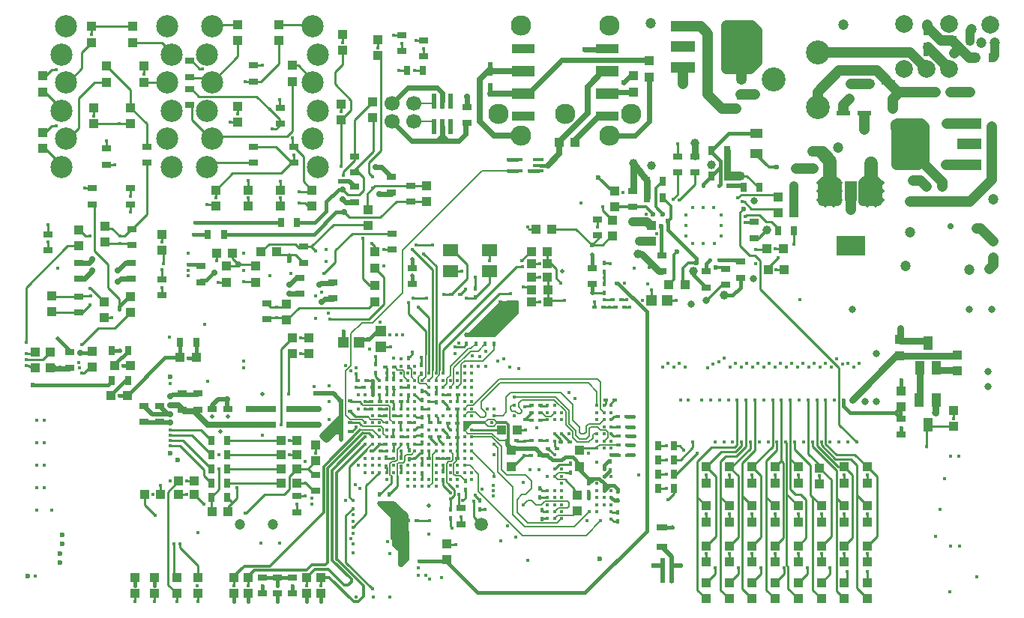
<source format=gbl>
G04 Layer_Physical_Order=8*
G04 Layer_Color=16711680*
%FSLAX44Y44*%
%MOMM*%
G71*
G01*
G75*
%ADD12C,0.4000*%
%ADD13R,0.5500X0.4500*%
%ADD14R,1.1430X1.2700*%
%ADD15R,1.0000X1.0000*%
%ADD17R,1.0000X0.8000*%
%ADD19R,0.8000X1.0000*%
%ADD20R,1.0000X1.0000*%
%ADD28R,0.6000X1.5000*%
%ADD38R,1.5000X0.6000*%
%ADD41R,1.2000X0.4000*%
%ADD46C,0.2500*%
%ADD47C,0.4000*%
%ADD48C,0.3500*%
%ADD49C,0.2000*%
%ADD50C,0.1840*%
%ADD51C,0.5000*%
%ADD52C,0.1500*%
%ADD53C,0.3420*%
%ADD55C,0.8000*%
%ADD56C,0.6000*%
%ADD57C,1.2000*%
%ADD58C,1.0000*%
%ADD59C,0.3000*%
%ADD60C,0.2540*%
%ADD61C,0.7000*%
%ADD66C,2.0000*%
%ADD67C,2.7000*%
%ADD68C,2.3000*%
%ADD69C,1.7000*%
%ADD70C,2.5000*%
%ADD71C,0.6000*%
%ADD72C,0.5000*%
%ADD73C,1.2000*%
%ADD74C,0.7000*%
%ADD75C,0.8000*%
%ADD76C,1.0000*%
%ADD95C,1.5000*%
%ADD96R,0.4500X0.5500*%
%ADD97R,1.2700X1.1430*%
%ADD98R,1.2000X0.8000*%
%ADD99R,1.8000X1.4000*%
%ADD100R,0.6000X1.8000*%
%ADD101R,1.4000X1.0000*%
%ADD102R,2.7000X4.1000*%
%ADD103R,2.7000X1.3000*%
%ADD104R,1.4000X2.2000*%
%ADD105R,3.3000X2.2000*%
%ADD106R,2.5000X1.0160*%
%ADD107R,2.5000X1.2700*%
%ADD108R,1.0000X1.5000*%
%ADD109C,0.4500*%
%ADD110C,1.5000*%
%ADD111C,0.1600*%
D12*
X842500Y1111750D02*
D03*
X760000Y975679D02*
D03*
X765000Y980500D02*
D03*
X836750Y1066500D02*
D03*
X855750Y1069500D02*
D03*
X835500Y1073250D02*
D03*
X855750Y1054750D02*
D03*
X902250Y1138250D02*
D03*
X663625Y973625D02*
D03*
X822750Y1036000D02*
D03*
X837500Y1043250D02*
D03*
X855750Y1026500D02*
D03*
X880000Y1048000D02*
D03*
X349250Y1033500D02*
D03*
X312000Y1065000D02*
D03*
X466250Y1116250D02*
D03*
X872796Y781554D02*
D03*
X842420Y734750D02*
D03*
X781538Y801462D02*
D03*
X760037Y968297D02*
D03*
X783000Y808000D02*
D03*
X766750Y783750D02*
D03*
X811830Y756420D02*
D03*
X757000Y771000D02*
D03*
X791140Y814710D02*
D03*
X803270Y813030D02*
D03*
X803290Y819380D02*
D03*
X832250Y951000D02*
D03*
X809000Y960000D02*
D03*
X936800Y893550D02*
D03*
X872800Y909550D02*
D03*
X936800Y885550D02*
D03*
X958000Y1020750D02*
D03*
X822000Y952750D02*
D03*
X972123Y1028127D02*
D03*
X935750Y1070250D02*
D03*
X1010250Y1028000D02*
D03*
X982419Y1039919D02*
D03*
X929000Y1029250D02*
D03*
X934875Y1020750D02*
D03*
X954500Y1029250D02*
D03*
X918170Y1026920D02*
D03*
X929000Y1053625D02*
D03*
X731187Y779563D02*
D03*
X794500Y791750D02*
D03*
X687919Y976169D02*
D03*
X698999Y937998D02*
D03*
X706999D02*
D03*
X715000Y938000D02*
D03*
X691000Y946000D02*
D03*
X699000D02*
D03*
X707000D02*
D03*
X715000D02*
D03*
X699000Y954000D02*
D03*
X722000Y964000D02*
D03*
X715000Y954000D02*
D03*
X699000Y962000D02*
D03*
X691000Y963500D02*
D03*
X682999Y945998D02*
D03*
X648250Y929750D02*
D03*
X634000Y993250D02*
D03*
X707000Y914000D02*
D03*
X715000Y906000D02*
D03*
X707000D02*
D03*
X658800Y913900D02*
D03*
X651000Y906000D02*
D03*
X658999Y905998D02*
D03*
X683000Y922000D02*
D03*
X691000Y922000D02*
D03*
X675000Y922000D02*
D03*
X674999Y929998D02*
D03*
X683000Y914000D02*
D03*
X667000Y938000D02*
D03*
X675000D02*
D03*
X699000Y922000D02*
D03*
X591000Y822000D02*
D03*
X1264250Y884750D02*
D03*
X936796Y829550D02*
D03*
X779000Y866000D02*
D03*
X591000Y846000D02*
D03*
X880800Y837554D02*
D03*
Y829554D02*
D03*
X911250Y805250D02*
D03*
X920796Y813550D02*
D03*
X707000Y834000D02*
D03*
X674999Y833999D02*
D03*
X910752Y855502D02*
D03*
X803500Y807000D02*
D03*
X888810Y924540D02*
D03*
X470000Y766000D02*
D03*
X469000Y706000D02*
D03*
X523000Y788000D02*
D03*
X616000Y870000D02*
D03*
X310000Y1226000D02*
D03*
X348000Y1101000D02*
D03*
X381000Y1018000D02*
D03*
X431000Y1070000D02*
D03*
X465000Y1103000D02*
D03*
X338484Y978000D02*
D03*
X348000Y1023000D02*
D03*
X382000Y1093100D02*
D03*
X429000Y1094000D02*
D03*
X523000Y1276000D02*
D03*
X761000Y752750D02*
D03*
X971000Y1173000D02*
D03*
X632080Y871000D02*
D03*
X675000Y874000D02*
D03*
X667000Y874000D02*
D03*
X667000Y866000D02*
D03*
X659000Y866000D02*
D03*
X649000Y952000D02*
D03*
Y945000D02*
D03*
X949750Y1150500D02*
D03*
X667000Y702000D02*
D03*
X745000Y715000D02*
D03*
X1308000Y792000D02*
D03*
X1058000Y1074000D02*
D03*
X988000Y1104000D02*
D03*
X1100000Y1070000D02*
D03*
X1125000Y1077000D02*
D03*
X978000Y1047000D02*
D03*
X999000Y832000D02*
D03*
Y848000D02*
D03*
Y864000D02*
D03*
X1100000Y1086000D02*
D03*
X1024000Y916000D02*
D03*
X1015000Y916000D02*
D03*
X1330000Y751000D02*
D03*
X1320000D02*
D03*
X1313000Y827000D02*
D03*
X1329000Y852000D02*
D03*
X1303500Y761500D02*
D03*
X1019000Y859000D02*
D03*
X1029000Y868000D02*
D03*
X1034000Y856000D02*
D03*
X999000Y816000D02*
D03*
X1293000Y863000D02*
D03*
X1320000Y852000D02*
D03*
X952000Y1048000D02*
D03*
X584000Y1138000D02*
D03*
X768000Y1061000D02*
D03*
X610000Y875000D02*
D03*
X769000Y802000D02*
D03*
X815000Y962000D02*
D03*
X618000Y894000D02*
D03*
X1225974Y721973D02*
D03*
X1202973Y721973D02*
D03*
X1183973Y725974D02*
D03*
X1157973Y725974D02*
D03*
X1132000D02*
D03*
X1106000D02*
D03*
X1080000Y726046D02*
D03*
X1053973Y725974D02*
D03*
X1172000Y830000D02*
D03*
X1044000Y831000D02*
D03*
X1069974Y831000D02*
D03*
X1096000Y831000D02*
D03*
X1122000D02*
D03*
X1148000D02*
D03*
X1200000D02*
D03*
X1226000D02*
D03*
X1044000Y787000D02*
D03*
X1069974Y787000D02*
D03*
X1096000Y787000D02*
D03*
X1122000D02*
D03*
X1148000D02*
D03*
X1174000D02*
D03*
X1200000D02*
D03*
X1226000D02*
D03*
X1226000Y742000D02*
D03*
X1200000D02*
D03*
X1174000D02*
D03*
X1148000D02*
D03*
X1122000D02*
D03*
X1096000D02*
D03*
X1069973Y742000D02*
D03*
X1044000Y742000D02*
D03*
X1134000Y868000D02*
D03*
X1124000D02*
D03*
X1119000Y916000D02*
D03*
X1129000Y916000D02*
D03*
X1154000Y868000D02*
D03*
X1149000Y916000D02*
D03*
X1139000Y916000D02*
D03*
X1164000Y868000D02*
D03*
X1174000D02*
D03*
X1184000D02*
D03*
X783000Y1055000D02*
D03*
X772000Y1040920D02*
D03*
X773000Y1031000D02*
D03*
X748000Y1035000D02*
D03*
X799000Y1073000D02*
D03*
X701000Y989000D02*
D03*
X694000D02*
D03*
X884000Y1028000D02*
D03*
X724996Y1081000D02*
D03*
X711998Y1086002D02*
D03*
X707750Y1026000D02*
D03*
X718998Y1020998D02*
D03*
X680000Y1067000D02*
D03*
X895971Y917460D02*
D03*
X763000Y938000D02*
D03*
X771001Y937998D02*
D03*
X731001D02*
D03*
X755001D02*
D03*
X747001D02*
D03*
X739001D02*
D03*
X723000Y938000D02*
D03*
X738999Y945998D02*
D03*
X731000Y946000D02*
D03*
X1069000Y916000D02*
D03*
X762998Y945998D02*
D03*
X1216350Y957200D02*
D03*
X788000Y965000D02*
D03*
X779000Y954000D02*
D03*
X787000D02*
D03*
X755250Y811000D02*
D03*
X1147000Y953000D02*
D03*
X1000950Y957200D02*
D03*
X1013650D02*
D03*
X1020000Y953000D02*
D03*
X994600D02*
D03*
X1007300D02*
D03*
X1197800Y956000D02*
D03*
X1210500Y953000D02*
D03*
X1159700D02*
D03*
X1185100D02*
D03*
X1172400D02*
D03*
X1096200D02*
D03*
X1108900D02*
D03*
X1134300D02*
D03*
X1121600D02*
D03*
X1083500D02*
D03*
X1054000Y868000D02*
D03*
X1049000Y916000D02*
D03*
X1209000D02*
D03*
X1189000Y916000D02*
D03*
X1199000Y916000D02*
D03*
X1169000D02*
D03*
X1179000D02*
D03*
X1159000Y916000D02*
D03*
X1089000Y916000D02*
D03*
X1099000D02*
D03*
X1109000D02*
D03*
X1079000D02*
D03*
X1214000Y868000D02*
D03*
X1204000D02*
D03*
X1144000D02*
D03*
X1194000D02*
D03*
X1104000D02*
D03*
X1114000D02*
D03*
X1084000D02*
D03*
X1059000Y916000D02*
D03*
X1204150Y957200D02*
D03*
X1191450Y962200D02*
D03*
X1178750Y957200D02*
D03*
X1166050D02*
D03*
X1153350D02*
D03*
X1140650D02*
D03*
X1127950D02*
D03*
X1115250D02*
D03*
X1102550D02*
D03*
X1089850D02*
D03*
X1077150D02*
D03*
X731000Y764000D02*
D03*
X764250Y809000D02*
D03*
X645000Y753000D02*
D03*
X305000Y791000D02*
D03*
X296000Y842200D02*
D03*
X288000D02*
D03*
X727000Y718000D02*
D03*
X732000Y713000D02*
D03*
X720000Y734000D02*
D03*
X719000Y718000D02*
D03*
X719000Y726000D02*
D03*
X1094000Y868000D02*
D03*
X1058000Y1158000D02*
D03*
X1143000Y1092000D02*
D03*
X1085000Y1140000D02*
D03*
X1012000Y1205000D02*
D03*
X1066000Y1184000D02*
D03*
X1150000Y1029000D02*
D03*
X1079750Y1144000D02*
D03*
X1088000Y1123000D02*
D03*
X1088000Y1116000D02*
D03*
X976000Y1126000D02*
D03*
X1006500Y1143000D02*
D03*
X1013500Y1141750D02*
D03*
X1041000Y1158000D02*
D03*
X542874Y876000D02*
D03*
X514000Y817000D02*
D03*
X439000Y824000D02*
D03*
X419000Y809000D02*
D03*
X457000Y824000D02*
D03*
X564000Y888000D02*
D03*
X572100Y922400D02*
D03*
X586000Y968000D02*
D03*
Y986000D02*
D03*
X618000Y914000D02*
D03*
X422000Y785000D02*
D03*
X457000Y809000D02*
D03*
X618000Y932000D02*
D03*
X582000Y798000D02*
D03*
X573000Y854000D02*
D03*
Y870000D02*
D03*
X643000Y759000D02*
D03*
X645000Y765000D02*
D03*
X459000Y963000D02*
D03*
X494000Y854000D02*
D03*
X385000Y955000D02*
D03*
X381000Y921000D02*
D03*
X296000Y867600D02*
D03*
X288000Y893000D02*
D03*
X296000D02*
D03*
X656000Y1099000D02*
D03*
X666000Y1093000D02*
D03*
X439000Y864000D02*
D03*
Y870000D02*
D03*
Y876000D02*
D03*
Y882000D02*
D03*
X653000Y816000D02*
D03*
X667000Y890000D02*
D03*
X645000Y772000D02*
D03*
Y786000D02*
D03*
Y779000D02*
D03*
X667000Y850000D02*
D03*
X659000D02*
D03*
X615000Y1072000D02*
D03*
X603000Y1033300D02*
D03*
X617000Y1014000D02*
D03*
X680000Y1086000D02*
D03*
X715000Y1288000D02*
D03*
X697000D02*
D03*
X578000Y1193000D02*
D03*
X725000Y1313000D02*
D03*
X716000Y1322000D02*
D03*
X691000Y1328000D02*
D03*
X700000Y1319000D02*
D03*
X551000Y1244000D02*
D03*
X673000Y1314000D02*
D03*
X658997Y890000D02*
D03*
X675000Y890000D02*
D03*
X551000Y1056000D02*
D03*
X336000Y952000D02*
D03*
X527000Y706000D02*
D03*
X543000D02*
D03*
X577000D02*
D03*
X560000D02*
D03*
X609000D02*
D03*
X593000D02*
D03*
X511000D02*
D03*
X288000Y791400D02*
D03*
Y816800D02*
D03*
X296000D02*
D03*
X288000Y867600D02*
D03*
X399000Y706000D02*
D03*
X421000D02*
D03*
X394000Y1128000D02*
D03*
X286000Y717000D02*
D03*
X459000Y1062500D02*
D03*
X778998Y945998D02*
D03*
X675000Y850000D02*
D03*
X707000Y874000D02*
D03*
X730999Y857998D02*
D03*
X666999Y897998D02*
D03*
X603000Y1007900D02*
D03*
Y1084100D02*
D03*
X490000Y1144000D02*
D03*
X342000Y1155000D02*
D03*
X563000Y1163000D02*
D03*
X554000Y1222000D02*
D03*
X563000Y1144000D02*
D03*
X527000D02*
D03*
X506000Y1230000D02*
D03*
X577000Y1212000D02*
D03*
X562000Y1255000D02*
D03*
X543000Y1294000D02*
D03*
X515000Y1239000D02*
D03*
X475000Y1290000D02*
D03*
X521484Y1062500D02*
D03*
X459000Y1056000D02*
D03*
Y1082000D02*
D03*
X1064000Y868000D02*
D03*
X1074000D02*
D03*
X1061000Y1124750D02*
D03*
Y1112750D02*
D03*
Y1100750D02*
D03*
X1029000Y1092750D02*
D03*
X1053000D02*
D03*
X1041000D02*
D03*
X844000Y1174500D02*
D03*
X820696Y1187500D02*
D03*
Y1174500D02*
D03*
X382000Y1101000D02*
D03*
X310000Y1289000D02*
D03*
X352000Y1237000D02*
D03*
X409000Y1284000D02*
D03*
X367000Y1209000D02*
D03*
X350000Y1329000D02*
D03*
X394000Y1146000D02*
D03*
X381000Y1228000D02*
D03*
X429000Y1043000D02*
D03*
X301000Y1094000D02*
D03*
X376000Y1182000D02*
D03*
X429000Y1063000D02*
D03*
X301000Y1114000D02*
D03*
X348000Y1042300D02*
D03*
X373000Y1009000D02*
D03*
X276000Y981000D02*
D03*
Y961500D02*
D03*
Y955000D02*
D03*
Y968000D02*
D03*
X667000Y1167700D02*
D03*
Y1155000D02*
D03*
X521484Y1082000D02*
D03*
X612000Y1058700D02*
D03*
X632000Y1180000D02*
D03*
X633434Y1319907D02*
D03*
X632000Y1241500D02*
D03*
X339000Y946000D02*
D03*
X335502Y958502D02*
D03*
X619000Y1006900D02*
D03*
X574548Y1058700D02*
D03*
X610000Y1038000D02*
D03*
X615000Y1086000D02*
D03*
X559000Y1020600D02*
D03*
Y1009000D02*
D03*
X459000Y1069000D02*
D03*
X493000Y1049000D02*
D03*
X491000Y1073000D02*
D03*
X450000Y753000D02*
D03*
X443000D02*
D03*
X1048000Y1074000D02*
D03*
X634000Y1170000D02*
D03*
X1021000Y1125250D02*
D03*
Y1113250D02*
D03*
Y1101250D02*
D03*
X1028750Y1133000D02*
D03*
X1040750D02*
D03*
X1052750D02*
D03*
X439000Y934000D02*
D03*
X494000Y838000D02*
D03*
X477000Y798000D02*
D03*
X428000Y819000D02*
D03*
X645000Y743000D02*
D03*
X714999Y825998D02*
D03*
X649000Y693000D02*
D03*
X668000Y693000D02*
D03*
X687000D02*
D03*
Y742000D02*
D03*
X739000Y834000D02*
D03*
X731002Y825996D02*
D03*
X738999Y825998D02*
D03*
X690000Y759000D02*
D03*
Y765000D02*
D03*
X684000Y756000D02*
D03*
X755500Y804000D02*
D03*
X707002Y817999D02*
D03*
X723002D02*
D03*
X731002D02*
D03*
X738999Y817998D02*
D03*
X715002Y817999D02*
D03*
X755000Y834000D02*
D03*
X779000Y826000D02*
D03*
X771000Y874000D02*
D03*
X747000Y922000D02*
D03*
X763000Y866000D02*
D03*
X755000Y914000D02*
D03*
Y858000D02*
D03*
Y842000D02*
D03*
Y898000D02*
D03*
X739000D02*
D03*
X754999Y865998D02*
D03*
X715000Y914000D02*
D03*
X731000Y906000D02*
D03*
X715000Y858000D02*
D03*
X691000Y882000D02*
D03*
Y858000D02*
D03*
X747000Y850000D02*
D03*
X771000Y866000D02*
D03*
X762999Y857998D02*
D03*
X763000Y914000D02*
D03*
X699000Y858000D02*
D03*
X683000Y890000D02*
D03*
X730999Y921998D02*
D03*
X691000Y906000D02*
D03*
X698999Y897998D02*
D03*
X739000Y882000D02*
D03*
X731000Y898000D02*
D03*
X699000Y906000D02*
D03*
X723000Y826000D02*
D03*
X707000Y882000D02*
D03*
X715000Y842000D02*
D03*
X778999Y929998D02*
D03*
X763000Y898000D02*
D03*
X666999Y833999D02*
D03*
X763000Y834000D02*
D03*
X731000Y930000D02*
D03*
X690999Y889998D02*
D03*
X691000Y850000D02*
D03*
X667000Y922000D02*
D03*
X755000Y826000D02*
D03*
X715000Y834000D02*
D03*
X658999Y833999D02*
D03*
X747000Y842000D02*
D03*
X771000Y834000D02*
D03*
X739000Y842000D02*
D03*
X706999Y841998D02*
D03*
Y825998D02*
D03*
X770999Y913998D02*
D03*
X763000Y930000D02*
D03*
X754998Y929998D02*
D03*
X747000Y930000D02*
D03*
X739000D02*
D03*
X715000D02*
D03*
Y850000D02*
D03*
X699000Y930000D02*
D03*
X683000Y906000D02*
D03*
Y858000D02*
D03*
X779000Y834000D02*
D03*
X691000Y842000D02*
D03*
X738999Y857998D02*
D03*
X770999Y945998D02*
D03*
X763000Y826000D02*
D03*
X746998Y865998D02*
D03*
X715000Y874000D02*
D03*
X699000Y882000D02*
D03*
X763000Y842000D02*
D03*
X746999Y945998D02*
D03*
X731000Y842000D02*
D03*
X771000Y882000D02*
D03*
X699000Y866000D02*
D03*
X747000Y858000D02*
D03*
X722999Y849998D02*
D03*
X674999Y881998D02*
D03*
X747000Y914000D02*
D03*
X755000Y882000D02*
D03*
X747000Y898000D02*
D03*
Y882000D02*
D03*
X763000Y818000D02*
D03*
X731000Y914000D02*
D03*
X715000Y922000D02*
D03*
Y898000D02*
D03*
X707000D02*
D03*
X675000D02*
D03*
X731000Y882000D02*
D03*
X739000Y866000D02*
D03*
X731000D02*
D03*
X715000Y866000D02*
D03*
Y890000D02*
D03*
Y882000D02*
D03*
X707000Y866000D02*
D03*
X779000Y858000D02*
D03*
X771000Y930000D02*
D03*
X778999Y913998D02*
D03*
X771000Y858000D02*
D03*
X779000Y850000D02*
D03*
Y922000D02*
D03*
X770999Y921998D02*
D03*
X928800Y877550D02*
D03*
X936800D02*
D03*
Y861550D02*
D03*
Y853550D02*
D03*
X928800Y861550D02*
D03*
Y909550D02*
D03*
X920800D02*
D03*
X804277Y897990D02*
D03*
X828620Y760466D02*
D03*
X872800Y893550D02*
D03*
X804280Y829050D02*
D03*
X880796Y797554D02*
D03*
X864800Y853550D02*
D03*
X880800Y901550D02*
D03*
Y893550D02*
D03*
X872800Y901550D02*
D03*
X864800D02*
D03*
Y893550D02*
D03*
X888796Y877550D02*
D03*
X872796Y829554D02*
D03*
X864796D02*
D03*
X880796Y805554D02*
D03*
X864796Y813554D02*
D03*
X872796D02*
D03*
X880796D02*
D03*
X872796Y805554D02*
D03*
X864796D02*
D03*
Y797554D02*
D03*
X872796D02*
D03*
X880796Y789554D02*
D03*
X864796Y781554D02*
D03*
X936796Y781550D02*
D03*
Y789550D02*
D03*
Y797550D02*
D03*
Y805550D02*
D03*
X928796D02*
D03*
X920796D02*
D03*
X928796Y813550D02*
D03*
X936796D02*
D03*
X920800Y869550D02*
D03*
Y877550D02*
D03*
X936800Y901550D02*
D03*
X928800D02*
D03*
X936800Y909550D02*
D03*
X837299Y822696D02*
D03*
X838290Y853480D02*
D03*
X967700Y831000D02*
D03*
X779000Y906000D02*
D03*
X771000D02*
D03*
Y898000D02*
D03*
X779000D02*
D03*
X771000Y842000D02*
D03*
Y850000D02*
D03*
X794999Y953998D02*
D03*
X779002Y938002D02*
D03*
X446000Y688000D02*
D03*
X470000Y688000D02*
D03*
X511000Y688000D02*
D03*
X527000D02*
D03*
X593000D02*
D03*
X609000D02*
D03*
X399000D02*
D03*
X421000D02*
D03*
X560000D02*
D03*
X771000Y954000D02*
D03*
X780000Y966000D02*
D03*
X795000Y971000D02*
D03*
X1064450Y963200D02*
D03*
X1058100Y959000D02*
D03*
X1051750Y956200D02*
D03*
X1045400Y952000D02*
D03*
X1070800Y953000D02*
D03*
X1039000Y916000D02*
D03*
X584000Y1151000D02*
D03*
X601000Y931000D02*
D03*
X522000Y960000D02*
D03*
Y952000D02*
D03*
X478000Y1001000D02*
D03*
X438000Y987000D02*
D03*
X962000Y885500D02*
D03*
X961500Y896750D02*
D03*
X872796Y877550D02*
D03*
X880796Y877554D02*
D03*
X928796Y829550D02*
D03*
X763000Y882000D02*
D03*
X837300Y797050D02*
D03*
X521484Y1049500D02*
D03*
X683000Y882000D02*
D03*
X659000Y874000D02*
D03*
X683000Y874000D02*
D03*
X675000Y866000D02*
D03*
X671000Y964500D02*
D03*
X698995Y834005D02*
D03*
X691000Y834000D02*
D03*
X683000D02*
D03*
X683000Y826000D02*
D03*
X637000Y955000D02*
D03*
X643000Y949000D02*
D03*
X649000Y885000D02*
D03*
X603000Y856000D02*
D03*
X921000Y1111000D02*
D03*
X687000Y989000D02*
D03*
X676000Y1004000D02*
D03*
X963000Y1065000D02*
D03*
X941998Y1047998D02*
D03*
X1001000Y803000D02*
D03*
X1350000Y716000D02*
D03*
X1319000Y699010D02*
D03*
X980000Y1066000D02*
D03*
X527000Y1164000D02*
D03*
X480000Y1137000D02*
D03*
X927000Y1134000D02*
D03*
X1123050Y1062800D02*
D03*
X838700Y869600D02*
D03*
X880796Y781554D02*
D03*
X804280Y866000D02*
D03*
X778998Y874002D02*
D03*
X804273Y854006D02*
D03*
X779000Y882001D02*
D03*
X872800Y837554D02*
D03*
Y853550D02*
D03*
X928800Y869550D02*
D03*
X936800D02*
D03*
X962500Y875250D02*
D03*
X962000Y864900D02*
D03*
X928796Y797550D02*
D03*
X920796D02*
D03*
X880796Y821554D02*
D03*
X920796Y821550D02*
D03*
X864800Y909550D02*
D03*
X819750Y773167D02*
D03*
X911800Y789554D02*
D03*
X909800Y779804D02*
D03*
X920800Y789554D02*
D03*
X924798Y779048D02*
D03*
X961750Y853750D02*
D03*
X651000Y922000D02*
D03*
X659000D02*
D03*
X855074Y836666D02*
D03*
X844921D02*
D03*
X801500Y890000D02*
D03*
X852500Y884250D02*
D03*
X648000Y820000D02*
D03*
X591000Y807000D02*
D03*
X598500Y797750D02*
D03*
X645000Y793000D02*
D03*
X645000Y802000D02*
D03*
X637000D02*
D03*
X598750Y804750D02*
D03*
X562000Y753750D02*
D03*
X541000Y754000D02*
D03*
X839550Y881650D02*
D03*
X771000Y890000D02*
D03*
X928796Y837550D02*
D03*
X920796Y845554D02*
D03*
X920799Y861549D02*
D03*
X864796Y789554D02*
D03*
X872796D02*
D03*
X1122000Y1086553D02*
D03*
X712500Y970000D02*
D03*
X735250Y1091000D02*
D03*
X716750D02*
D03*
X728250Y1031000D02*
D03*
X713250D02*
D03*
X864630Y869720D02*
D03*
X651002Y841999D02*
D03*
X659002D02*
D03*
X667002D02*
D03*
X675002D02*
D03*
X872800Y869551D02*
D03*
X480750Y937000D02*
D03*
X1323250Y895000D02*
D03*
X1263750Y938250D02*
D03*
X928800Y885550D02*
D03*
Y893550D02*
D03*
X796660Y906002D02*
D03*
X804280D02*
D03*
X827140Y897617D02*
D03*
X838740Y893630D02*
D03*
X827140Y919190D02*
D03*
X839120Y908140D02*
D03*
X827138Y909554D02*
D03*
X920800Y893550D02*
D03*
X920796Y901550D02*
D03*
D13*
X948330Y1029250D02*
D03*
X938170D02*
D03*
X918170Y1020750D02*
D03*
X928330D02*
D03*
X691830Y953250D02*
D03*
X681670D02*
D03*
X642080Y915000D02*
D03*
X631920D02*
D03*
X819620Y869900D02*
D03*
X829780D02*
D03*
X762830Y873750D02*
D03*
X752670D02*
D03*
X951580Y1020750D02*
D03*
X941420D02*
D03*
X716987Y779563D02*
D03*
X706827D02*
D03*
X642080Y903000D02*
D03*
X631920D02*
D03*
X642080Y890000D02*
D03*
X631920D02*
D03*
X642080Y880000D02*
D03*
X631920D02*
D03*
X994920Y735000D02*
D03*
X1005080D02*
D03*
X994920Y723000D02*
D03*
X1005080D02*
D03*
X995000Y711000D02*
D03*
X1005160D02*
D03*
X766080Y1035000D02*
D03*
X755920D02*
D03*
X845920Y853500D02*
D03*
X856080D02*
D03*
X890080Y868500D02*
D03*
X879920D02*
D03*
X945170Y875250D02*
D03*
X955330D02*
D03*
X865170Y860750D02*
D03*
X875330D02*
D03*
X930420Y916000D02*
D03*
X940580D02*
D03*
X944420Y896750D02*
D03*
X954580D02*
D03*
X856830Y893000D02*
D03*
X846670D02*
D03*
X856830Y910000D02*
D03*
X846670D02*
D03*
X944920Y865000D02*
D03*
X955080D02*
D03*
X944920Y853500D02*
D03*
X955080D02*
D03*
X944920Y885500D02*
D03*
X955080D02*
D03*
X856580Y870250D02*
D03*
X846420D02*
D03*
X856830Y901500D02*
D03*
X846670D02*
D03*
X666670Y858250D02*
D03*
X676830D02*
D03*
X730420Y850000D02*
D03*
X740580D02*
D03*
X676080Y906000D02*
D03*
X665920D02*
D03*
X660580Y938000D02*
D03*
X650420D02*
D03*
X691830Y898000D02*
D03*
X681670D02*
D03*
X667330Y929750D02*
D03*
X657170D02*
D03*
X742830Y874000D02*
D03*
X732670D02*
D03*
X742580Y890000D02*
D03*
X732420D02*
D03*
X698170D02*
D03*
X708330D02*
D03*
X691580Y866000D02*
D03*
X681420D02*
D03*
X689920Y874000D02*
D03*
X700080D02*
D03*
X689670Y914000D02*
D03*
X699830D02*
D03*
X676080D02*
D03*
X665920D02*
D03*
X763830Y922000D02*
D03*
X753670D02*
D03*
X762580Y906000D02*
D03*
X752420D02*
D03*
X762580Y850000D02*
D03*
X752420D02*
D03*
X762580Y889750D02*
D03*
X752420D02*
D03*
D14*
X1000199Y1028123D02*
D03*
X982419D02*
D03*
X651949Y980873D02*
D03*
X634169D02*
D03*
D15*
X865000Y1040250D02*
D03*
X847000D02*
D03*
X1113000Y1087000D02*
D03*
X1131000D02*
D03*
X1114000Y1063000D02*
D03*
X1132000D02*
D03*
X812450Y881550D02*
D03*
X830450D02*
D03*
X846750Y1069500D02*
D03*
X864750D02*
D03*
X865000Y1026250D02*
D03*
X847000D02*
D03*
X846750Y1054750D02*
D03*
X864750D02*
D03*
X1143000Y1145000D02*
D03*
X1125000D02*
D03*
X1143000Y1127000D02*
D03*
X1125000D02*
D03*
X1002000Y1046000D02*
D03*
X1020000D02*
D03*
X577000Y968000D02*
D03*
X595000D02*
D03*
X577000Y986000D02*
D03*
X595000D02*
D03*
X448000Y824000D02*
D03*
X466000D02*
D03*
X410000Y809000D02*
D03*
X428000D02*
D03*
X448000D02*
D03*
X466000D02*
D03*
X468000Y964000D02*
D03*
X450000D02*
D03*
X486000Y790000D02*
D03*
X504000D02*
D03*
X390000Y921000D02*
D03*
X372000D02*
D03*
X394000Y955000D02*
D03*
X376000D02*
D03*
X582000Y822000D02*
D03*
X564000D02*
D03*
X582000Y838000D02*
D03*
X564000D02*
D03*
X582000Y854000D02*
D03*
X564000D02*
D03*
X582000Y870000D02*
D03*
X564000D02*
D03*
X878000Y1207000D02*
D03*
X896000D02*
D03*
X559000Y1083000D02*
D03*
X541000D02*
D03*
X846750Y1083750D02*
D03*
X864750D02*
D03*
X852000Y1109000D02*
D03*
X870000D02*
D03*
X491000Y1082000D02*
D03*
X509000D02*
D03*
D17*
X577000Y715000D02*
D03*
Y697000D02*
D03*
X543000D02*
D03*
Y715000D02*
D03*
X560000D02*
D03*
Y697000D02*
D03*
X602750Y813250D02*
D03*
Y831250D02*
D03*
X1264250Y894750D02*
D03*
Y876750D02*
D03*
X766750Y793500D02*
D03*
Y775500D02*
D03*
X915000Y1047000D02*
D03*
Y1065000D02*
D03*
X1012000Y1173000D02*
D03*
Y1191000D02*
D03*
X994000Y1079000D02*
D03*
Y1061000D02*
D03*
X961000Y1152000D02*
D03*
Y1134000D02*
D03*
X1083000Y1054000D02*
D03*
Y1072000D02*
D03*
X582000Y789000D02*
D03*
Y807000D02*
D03*
X689000Y1104000D02*
D03*
Y1086000D02*
D03*
X688000Y1168000D02*
D03*
Y1150000D02*
D03*
X700000Y1328000D02*
D03*
Y1310000D02*
D03*
X470000Y905000D02*
D03*
Y923000D02*
D03*
X452000D02*
D03*
Y905000D02*
D03*
X529000Y888000D02*
D03*
Y906000D02*
D03*
X575000D02*
D03*
Y888000D02*
D03*
X594000D02*
D03*
Y906000D02*
D03*
X553000D02*
D03*
Y888000D02*
D03*
X486000Y906000D02*
D03*
Y888000D02*
D03*
X504000Y906000D02*
D03*
Y888000D02*
D03*
X427000Y891000D02*
D03*
Y909000D02*
D03*
X409000D02*
D03*
Y891000D02*
D03*
X563000Y1246000D02*
D03*
Y1228000D02*
D03*
X578000Y1202000D02*
D03*
Y1184000D02*
D03*
X533000D02*
D03*
Y1202000D02*
D03*
Y1276000D02*
D03*
Y1294000D02*
D03*
X460500Y1249000D02*
D03*
Y1267000D02*
D03*
Y1281000D02*
D03*
Y1299000D02*
D03*
X473000Y1067000D02*
D03*
Y1049000D02*
D03*
X395226Y1091100D02*
D03*
Y1109100D02*
D03*
X335000Y1032900D02*
D03*
Y1014900D02*
D03*
X351000Y1137000D02*
D03*
Y1155000D02*
D03*
X394000Y1137000D02*
D03*
Y1155000D02*
D03*
X412000Y1184000D02*
D03*
Y1202000D02*
D03*
X367000Y1182000D02*
D03*
Y1200000D02*
D03*
X774000Y1247000D02*
D03*
Y1229000D02*
D03*
X1368000Y1077000D02*
D03*
Y1095000D02*
D03*
X1084000Y1259000D02*
D03*
Y1277000D02*
D03*
X1165000Y1177000D02*
D03*
Y1195000D02*
D03*
X1066000Y1064000D02*
D03*
Y1046000D02*
D03*
X429000Y1034000D02*
D03*
Y1052000D02*
D03*
X325000Y970000D02*
D03*
Y952000D02*
D03*
X395000Y1071000D02*
D03*
Y1053000D02*
D03*
X589000Y1089000D02*
D03*
Y1071000D02*
D03*
X548000Y1007000D02*
D03*
Y1025000D02*
D03*
X725000Y1322000D02*
D03*
Y1304000D02*
D03*
X1031000Y1173000D02*
D03*
Y1191000D02*
D03*
X301000Y1085000D02*
D03*
Y1103000D02*
D03*
X335000Y1071000D02*
D03*
Y1053000D02*
D03*
X585000Y1036000D02*
D03*
Y1054000D02*
D03*
X622000Y1049000D02*
D03*
Y1031000D02*
D03*
X710000Y1140000D02*
D03*
Y1158000D02*
D03*
X647000Y1157000D02*
D03*
Y1139000D02*
D03*
Y1173000D02*
D03*
Y1191000D02*
D03*
X1044000Y1043000D02*
D03*
Y1061000D02*
D03*
X1098000Y1099000D02*
D03*
Y1117000D02*
D03*
X712000Y1065000D02*
D03*
Y1047000D02*
D03*
X921000Y1102000D02*
D03*
Y1120000D02*
D03*
D19*
X1086000Y1156000D02*
D03*
X1104000D02*
D03*
X1125000Y1107000D02*
D03*
X1143000D02*
D03*
X995000Y1163000D02*
D03*
X977000D02*
D03*
Y1144000D02*
D03*
X995000D02*
D03*
X468000Y981000D02*
D03*
X450000D02*
D03*
X485000Y806000D02*
D03*
X503000D02*
D03*
X391000Y972000D02*
D03*
X373000D02*
D03*
X391000Y938000D02*
D03*
X373000D02*
D03*
X503000Y870000D02*
D03*
X485000D02*
D03*
X503000Y822000D02*
D03*
X485000D02*
D03*
X503000Y838000D02*
D03*
X485000D02*
D03*
X503000Y854000D02*
D03*
X485000D02*
D03*
X706000Y1288000D02*
D03*
X724000D02*
D03*
X1367000Y1303000D02*
D03*
X1349000D02*
D03*
X1341000Y1322000D02*
D03*
X1323000D02*
D03*
X1293000Y1157000D02*
D03*
X1311000D02*
D03*
X1050000Y1169000D02*
D03*
X1068000D02*
D03*
X1050000Y1198000D02*
D03*
X1068000D02*
D03*
X582000Y1116000D02*
D03*
X564000D02*
D03*
X1008000Y864000D02*
D03*
X990000D02*
D03*
X1008000Y848000D02*
D03*
X990000D02*
D03*
X1008000Y816000D02*
D03*
X990000D02*
D03*
X1008000Y832000D02*
D03*
X990000D02*
D03*
X499250Y1103000D02*
D03*
X481250D02*
D03*
D20*
X609000Y697000D02*
D03*
Y715000D02*
D03*
X593000Y697000D02*
D03*
Y715000D02*
D03*
X511000Y697000D02*
D03*
Y715000D02*
D03*
X527000Y697000D02*
D03*
Y715000D02*
D03*
X1264250Y908000D02*
D03*
Y926000D02*
D03*
X751250Y753500D02*
D03*
Y735500D02*
D03*
X1044000Y796000D02*
D03*
Y778000D02*
D03*
X1044000Y751000D02*
D03*
Y733000D02*
D03*
X1070000Y796000D02*
D03*
Y778000D02*
D03*
Y840000D02*
D03*
Y822000D02*
D03*
X1096000Y796000D02*
D03*
Y778000D02*
D03*
Y840000D02*
D03*
Y822000D02*
D03*
X1122000Y691000D02*
D03*
Y709000D02*
D03*
X1122000Y840000D02*
D03*
Y822000D02*
D03*
X1148000Y796000D02*
D03*
Y778000D02*
D03*
Y840000D02*
D03*
Y822000D02*
D03*
X1174000Y796000D02*
D03*
Y778000D02*
D03*
X1172000Y839000D02*
D03*
Y821000D02*
D03*
X1200000Y796000D02*
D03*
Y778000D02*
D03*
X1200000Y751000D02*
D03*
Y733000D02*
D03*
X1226000Y796000D02*
D03*
Y778000D02*
D03*
Y840000D02*
D03*
Y822000D02*
D03*
X1043973Y709000D02*
D03*
Y691000D02*
D03*
X1044000Y822000D02*
D03*
Y840000D02*
D03*
X1070000Y709072D02*
D03*
Y691072D02*
D03*
X1069973Y733000D02*
D03*
Y751000D02*
D03*
X1096000Y709000D02*
D03*
Y691000D02*
D03*
Y733000D02*
D03*
Y751000D02*
D03*
X1122000Y778000D02*
D03*
Y796000D02*
D03*
X1122000Y733000D02*
D03*
Y751000D02*
D03*
X1147973Y709000D02*
D03*
Y691000D02*
D03*
X1148000Y733000D02*
D03*
Y751000D02*
D03*
X1173973Y709000D02*
D03*
Y691000D02*
D03*
X1174000Y733000D02*
D03*
Y751000D02*
D03*
X1199973Y709000D02*
D03*
Y691000D02*
D03*
X1200000Y822000D02*
D03*
Y840000D02*
D03*
X1225974Y709000D02*
D03*
Y691000D02*
D03*
X1226000Y733000D02*
D03*
Y751000D02*
D03*
X603000Y865000D02*
D03*
Y847000D02*
D03*
X670000Y1065000D02*
D03*
Y1083000D02*
D03*
X673000Y1305000D02*
D03*
Y1323000D02*
D03*
X962000Y1282000D02*
D03*
Y1264000D02*
D03*
X599000Y1153000D02*
D03*
Y1135000D02*
D03*
X490000D02*
D03*
Y1153000D02*
D03*
X527000D02*
D03*
Y1135000D02*
D03*
X563000D02*
D03*
Y1153000D02*
D03*
X515000Y1248000D02*
D03*
Y1230000D02*
D03*
X577000Y1294000D02*
D03*
Y1276000D02*
D03*
X561000Y1322000D02*
D03*
Y1340000D02*
D03*
X515000Y1322000D02*
D03*
Y1340000D02*
D03*
X429000Y1085000D02*
D03*
Y1103000D02*
D03*
X394000Y1015000D02*
D03*
Y1033000D02*
D03*
X351000Y953000D02*
D03*
Y971000D02*
D03*
X350000Y1320000D02*
D03*
Y1338000D02*
D03*
X295000Y1264000D02*
D03*
Y1282000D02*
D03*
X367000Y1275000D02*
D03*
Y1293000D02*
D03*
X303000Y952000D02*
D03*
Y970000D02*
D03*
X286000Y952000D02*
D03*
Y970000D02*
D03*
X364000Y1009000D02*
D03*
Y1027000D02*
D03*
X295000Y1200000D02*
D03*
Y1218000D02*
D03*
X365000Y1094000D02*
D03*
Y1112000D02*
D03*
X396000Y1338000D02*
D03*
Y1320000D02*
D03*
X394000Y1246000D02*
D03*
Y1228000D02*
D03*
X409000Y1293000D02*
D03*
Y1275000D02*
D03*
X352000Y1246000D02*
D03*
Y1228000D02*
D03*
X335000Y1090000D02*
D03*
Y1108000D02*
D03*
X304500Y1033250D02*
D03*
Y1015250D02*
D03*
X662000Y1113000D02*
D03*
Y1131000D02*
D03*
X728000Y1158000D02*
D03*
Y1140000D02*
D03*
X980000Y1281000D02*
D03*
Y1299000D02*
D03*
X941000Y1134000D02*
D03*
Y1152000D02*
D03*
X633434Y1310907D02*
D03*
Y1328907D02*
D03*
X632000Y1232500D02*
D03*
Y1250500D02*
D03*
X399000Y715000D02*
D03*
Y697000D02*
D03*
X421000Y715000D02*
D03*
Y697000D02*
D03*
X446000Y715000D02*
D03*
Y697000D02*
D03*
X470000Y715000D02*
D03*
Y697000D02*
D03*
X535000Y1049000D02*
D03*
Y1067000D02*
D03*
X502000Y1049000D02*
D03*
Y1067000D02*
D03*
X670000Y1045000D02*
D03*
Y1027000D02*
D03*
X570000Y1024000D02*
D03*
Y1006000D02*
D03*
X667250Y1253000D02*
D03*
Y1235000D02*
D03*
X982000Y1113000D02*
D03*
Y1095000D02*
D03*
X898800Y790400D02*
D03*
Y808400D02*
D03*
X938000Y1119000D02*
D03*
Y1101000D02*
D03*
X824100Y858600D02*
D03*
Y840600D02*
D03*
X901300Y858800D02*
D03*
Y840800D02*
D03*
X1262500Y966000D02*
D03*
Y984000D02*
D03*
X1323250Y885750D02*
D03*
Y903750D02*
D03*
X1327250Y966750D02*
D03*
Y948750D02*
D03*
D28*
X800000Y1290008D02*
D03*
Y1265992D02*
D03*
X1292000Y1336008D02*
D03*
Y1311992D02*
D03*
D38*
X1299992Y1263000D02*
D03*
X1324008D02*
D03*
X1225992Y1275000D02*
D03*
X1250008D02*
D03*
X1223000Y1240000D02*
D03*
X1198984D02*
D03*
D41*
X830696Y1187500D02*
D03*
Y1174500D02*
D03*
X854000D02*
D03*
Y1181000D02*
D03*
Y1187500D02*
D03*
D46*
X843000Y1109000D02*
X852000D01*
X830000Y1066500D02*
X836750D01*
X743000Y979500D02*
X830000Y1066500D01*
X743000Y950000D02*
Y979500D01*
X810250Y1036000D02*
X822750D01*
X746999Y972749D02*
X810250Y1036000D01*
X746999Y945998D02*
Y972749D01*
X760000Y975679D02*
X770123Y975749D01*
X846750Y1069500D02*
X855750D01*
X835500Y1073250D02*
X846125Y1083875D01*
X846750Y1054750D02*
X855750D01*
X837500Y1043250D02*
X846500D01*
X846750Y1026500D02*
X855750D01*
X864750Y1069750D02*
Y1084000D01*
X868750Y1069500D02*
X874500Y1063750D01*
Y1053500D02*
Y1063750D01*
Y1053500D02*
X880000Y1048000D01*
X864750Y1069500D02*
X868750D01*
X865250Y1027750D02*
Y1054750D01*
X337000Y1030900D02*
X339600Y1033500D01*
X349250D01*
X304000Y1014900D02*
X335000D01*
X339900D02*
X348000Y1023000D01*
X335000Y1014900D02*
X339900D01*
X335000Y1109100D02*
X343100Y1101000D01*
X304750Y1032900D02*
X335000D01*
X591000Y822250D02*
X600000Y813250D01*
X548000Y1009000D02*
X559000D01*
X548000Y1025000D02*
X552400Y1020600D01*
X600500Y1340000D02*
X602000Y1338500D01*
X583000Y1294000D02*
X602000Y1275000D01*
X561000Y1340000D02*
X600500D01*
X429000Y1320000D02*
X443000Y1306000D01*
X409000Y1275000D02*
X437500D01*
X480000Y1137000D02*
X490000D01*
X352000Y1228000D02*
X394000D01*
X781538Y783712D02*
X790000Y775250D01*
X781538Y783712D02*
Y801462D01*
X1136250Y702723D02*
Y727734D01*
Y702723D02*
X1147973Y691000D01*
X1135000Y728984D02*
Y809000D01*
Y728984D02*
X1136250Y727734D01*
X1135000Y809000D02*
X1148000Y796000D01*
X783000Y807580D02*
Y808000D01*
Y807580D02*
X788500Y802080D01*
X766750Y775500D02*
Y783750D01*
X764250Y796000D02*
Y809000D01*
X755000Y773000D02*
X757000Y771000D01*
X752250Y752750D02*
X761000D01*
X594125Y838125D02*
X603000Y847000D01*
X594000Y838000D02*
X594125Y838125D01*
X594000Y838250D02*
X594125Y838125D01*
X936800Y885550D02*
X937190Y885940D01*
X915000Y1037000D02*
X915080Y1036920D01*
X929000D01*
X951580Y1020750D02*
X958000D01*
X936800Y912220D02*
X940580Y916000D01*
X936800Y909550D02*
Y912220D01*
X1000322Y1028000D02*
X1010250D01*
X1000199Y1028123D02*
X1000322Y1028000D01*
X982419Y1028123D02*
Y1039919D01*
X934875Y1020750D02*
X941420D01*
X928330D02*
X934875D01*
X948330Y1029250D02*
X954500D01*
X918170Y1020750D02*
Y1026920D01*
X929000Y1070330D02*
X935420D01*
X938170Y1029250D02*
X938170Y1029250D01*
X929000Y1029250D02*
X938170D01*
X929000Y1053625D02*
Y1060170D01*
Y1047080D02*
Y1053625D01*
X716987Y779563D02*
X731187D01*
X772000Y805000D02*
Y813920D01*
X769000Y802000D02*
X772000Y805000D01*
X794330Y791920D02*
X794500Y791750D01*
X788500Y791920D02*
X794330D01*
X676127Y976169D02*
X687919D01*
X722000Y957080D02*
Y964000D01*
X682999Y939081D02*
Y945998D01*
X671000Y942000D02*
Y945920D01*
Y942000D02*
X675000Y938000D01*
X648250Y929750D02*
X656750D01*
X660580Y938000D02*
X667000D01*
X659080D02*
X660580D01*
X707000Y914000D02*
Y919920D01*
X658800Y913900D02*
X664420D01*
X652480Y914000D02*
X654570Y911910D01*
X658999Y905998D02*
X663922D01*
X683000Y922000D02*
Y928920D01*
X691000Y922000D02*
Y926920D01*
X667000Y938000D02*
X667000Y938000D01*
X747000Y835330D02*
Y842000D01*
Y835080D02*
Y835330D01*
X723000Y832670D02*
Y833250D01*
Y826000D02*
Y832670D01*
X699000Y850330D02*
Y858000D01*
Y850080D02*
Y850330D01*
X582000Y822000D02*
X591000D01*
X943960Y853550D02*
X944130Y853380D01*
X582000Y838000D02*
X594000D01*
X895250Y812250D02*
Y815250D01*
X884750Y825750D02*
X895250Y815250D01*
X731000Y914000D02*
X738920D01*
X721080Y915920D02*
X723000D01*
X717080Y895920D02*
X723000D01*
X718080Y885080D02*
X723000D01*
X747000Y819000D02*
Y824920D01*
X660000Y819000D02*
X674999Y833999D01*
X730920Y850000D02*
Y857920D01*
X691000Y926920D02*
X692000Y927920D01*
X523000Y788000D02*
X524000D01*
X545000Y809000D01*
X573000Y829000D02*
X582000Y838000D01*
X573000Y815000D02*
Y829000D01*
X567000Y809000D02*
X573000Y815000D01*
X545000Y809000D02*
X567000D01*
X305000Y1226000D02*
X310000D01*
X298000Y1219000D02*
X305000Y1226000D01*
X298000Y1282000D02*
X305000Y1289000D01*
X310000D01*
X343100Y1101000D02*
X348000D01*
X353000Y1084000D02*
Y1135000D01*
X351000Y1137000D02*
X353000Y1135000D01*
X381000Y1022000D02*
Y1030000D01*
X368000Y1043000D02*
X381000Y1030000D01*
X431000Y1070000D02*
Y1083000D01*
X429000Y1085000D02*
X431000Y1083000D01*
X338484Y978000D02*
X357484Y997000D01*
X382000Y1093100D02*
X393000D01*
X367000D02*
X382000D01*
X429000Y1094000D02*
Y1103000D01*
X747000Y914000D02*
X751920Y909080D01*
X523000Y1276000D02*
X532000D01*
X755000Y773000D02*
Y781920D01*
X1194000Y888000D02*
Y952000D01*
X1105000Y1041000D02*
X1194000Y952000D01*
X1105000Y1041000D02*
Y1073000D01*
X1194000Y888000D02*
X1214000Y868000D01*
X1099000Y1079000D02*
X1105000Y1073000D01*
X1093000Y1079000D02*
X1099000D01*
X1083000Y1169000D02*
X1090000D01*
X667250Y1253000D02*
X670000D01*
X647000Y1232750D02*
X667250Y1253000D01*
X647000Y1191000D02*
Y1232750D01*
X667750Y1196750D02*
Y1232750D01*
X647000Y1176000D02*
X667750Y1196750D01*
X673000Y1305000D02*
X676750Y1301250D01*
Y1197750D02*
Y1301250D01*
X662750Y1183750D02*
X676750Y1197750D01*
X643000Y1243500D02*
Y1254250D01*
X624500Y1272750D02*
X643000Y1254250D01*
X624500Y1272750D02*
Y1286500D01*
X632000Y1232500D02*
X643000Y1243500D01*
X632000Y1180000D02*
Y1232500D01*
X624500Y1286500D02*
X633434Y1295434D01*
X463000Y1232750D02*
Y1248000D01*
X515000Y1304250D02*
Y1322000D01*
X485750Y1275000D02*
X515000Y1304250D01*
X480750Y1280000D02*
X485750Y1275000D01*
X463000Y1280000D02*
X480750D01*
X642080Y880000D02*
X644000D01*
X649000Y885000D01*
X642080Y890000D02*
X652000D01*
X641000D02*
X642080D01*
X662750Y878250D02*
X667000Y874000D01*
X637000Y732000D02*
Y785000D01*
Y732000D02*
X667000Y702000D01*
X1173973Y709000D02*
X1183973Y719000D01*
X1147973Y709000D02*
X1157973Y719000D01*
X1164000Y806000D02*
X1174000Y796000D01*
X1162000Y808000D02*
X1164000Y806000D01*
Y700973D02*
Y806000D01*
Y700973D02*
X1173973Y691000D01*
X1122000Y709000D02*
X1132000Y719000D01*
X1096000Y709000D02*
X1106000Y719000D01*
X1070000Y709072D02*
X1080000Y719072D01*
X1043973Y709000D02*
X1053973Y719000D01*
Y725974D01*
X1080000Y719072D02*
Y726046D01*
X1106000Y719000D02*
Y725974D01*
X1132000Y719000D02*
Y725974D01*
X1157973Y719000D02*
Y725974D01*
X1183973Y719000D02*
Y725974D01*
X1100000Y1086000D02*
X1109000D01*
X1114000Y1066000D02*
X1125000Y1077000D01*
X1014000Y864000D02*
X1019000Y859000D01*
X1008000Y848000D02*
X1015000D01*
X1029000Y862000D01*
Y868000D01*
X1148000Y822000D02*
Y831000D01*
X584000Y1138000D02*
X591000D01*
X595000Y1134000D01*
X758000Y1085000D02*
X774000Y1069000D01*
Y1053080D02*
Y1069000D01*
X755920Y1035000D02*
X774000Y1053080D01*
X755000Y1085000D02*
X758000D01*
X755000Y1061000D02*
X768000D01*
X755000Y1061000D02*
X755000Y1061000D01*
X676080Y906000D02*
X683000D01*
X755000Y792080D02*
X755500Y792580D01*
Y804000D01*
X675000Y898000D02*
X680920D01*
X755500Y804000D02*
X759570Y808070D01*
Y814430D01*
X753000Y821000D02*
X759570Y814430D01*
X747000Y850000D02*
X751920D01*
X763000Y914000D02*
Y920920D01*
X747000Y819000D02*
X755000Y811000D01*
X1225974Y709000D02*
Y721973D01*
X1060000Y701072D02*
X1070000Y691072D01*
X1085000Y702000D02*
X1096000Y691000D01*
X1112000Y701000D02*
X1122000Y691000D01*
X1191000Y699973D02*
X1199973Y691000D01*
X1214000Y702973D02*
X1225974Y691000D01*
X1172000Y821000D02*
Y830000D01*
X1044000Y822000D02*
Y831000D01*
X1069974Y822000D02*
Y831000D01*
X1096000Y822000D02*
Y831000D01*
X1122000Y822000D02*
Y831000D01*
X1200000Y822000D02*
Y831000D01*
X1226000Y822000D02*
Y831000D01*
X1044000Y778000D02*
Y787000D01*
X1069974Y778000D02*
Y787000D01*
X1096000Y778000D02*
Y787000D01*
X1122000Y778000D02*
Y787000D01*
X1148000Y778000D02*
Y787000D01*
X1174000Y778000D02*
Y787000D01*
X1200000Y778000D02*
Y787000D01*
X1226000Y778000D02*
Y787000D01*
X1226000Y733000D02*
Y742000D01*
X1200000Y733000D02*
Y742000D01*
X1174000Y733000D02*
Y742000D01*
X1148000Y733000D02*
Y742000D01*
X1122000Y733000D02*
Y742000D01*
X1096000Y733000D02*
Y742000D01*
X1069973Y733000D02*
Y742000D01*
X1044000Y733000D02*
Y742000D01*
X1060000Y701072D02*
Y806000D01*
X1094000Y861000D02*
Y868000D01*
X1073000Y840000D02*
X1094000Y861000D01*
X1070000Y840000D02*
X1073000D01*
X1089000Y863000D02*
Y916000D01*
X1078000Y852000D02*
X1089000Y863000D01*
X1066000Y852000D02*
X1078000D01*
X1084000Y864000D02*
Y868000D01*
X1077000Y857000D02*
X1084000Y864000D01*
X1061000Y857000D02*
X1077000D01*
X1099000Y859000D02*
Y916000D01*
X1085000Y845000D02*
X1099000Y859000D01*
X1085000Y807000D02*
Y845000D01*
X1079000Y864950D02*
Y916000D01*
X1076050Y862000D02*
X1079000Y864950D01*
X1050000Y862000D02*
X1076050D01*
X1034000Y846000D02*
X1050000Y862000D01*
X1034000Y806000D02*
Y846000D01*
Y806000D02*
X1044000Y796000D01*
Y840000D02*
X1061000Y857000D01*
X1060000Y846000D02*
X1066000Y852000D01*
X1044000Y751000D02*
X1055000Y762000D01*
Y829000D01*
X1044000Y840000D02*
X1055000Y829000D01*
X1070500Y839500D02*
X1080000Y830000D01*
X1069973Y751000D02*
X1080000Y761027D01*
Y830000D01*
X1060000Y806000D02*
Y846000D01*
Y806000D02*
X1070000Y796000D01*
X1085000Y807000D02*
X1096000Y796000D01*
X1085000Y702000D02*
Y807000D01*
X1096000Y751000D02*
X1106000Y761000D01*
Y830000D01*
X1096000Y840000D02*
X1106000Y830000D01*
X1112000Y847000D02*
X1124000Y859000D01*
X1112000Y806000D02*
Y847000D01*
Y806000D02*
X1122000Y796000D01*
X1112000Y701000D02*
Y806000D01*
X1174000Y751000D02*
X1185000Y762000D01*
Y826000D01*
X1172000Y839000D02*
X1185000Y826000D01*
X1162000Y808000D02*
Y842000D01*
X1200000Y751000D02*
X1209000Y760000D01*
Y831000D01*
X1200000Y840000D02*
X1209000Y831000D01*
X1226000Y751000D02*
X1237000Y762000D01*
Y829000D01*
X1226000Y840000D02*
X1237000Y829000D01*
X1191000Y699973D02*
Y805000D01*
X1200000Y796000D01*
X1164000Y863000D02*
X1191000Y836000D01*
Y805000D02*
Y836000D01*
X1134000Y868000D02*
X1135000Y867000D01*
Y809000D02*
Y867000D01*
X1148000Y751000D02*
X1157000Y760000D01*
Y803000D01*
X1151000Y809000D02*
X1157000Y803000D01*
X1145000Y809000D02*
X1151000D01*
X1139000Y815000D02*
X1145000Y809000D01*
X1144000Y860000D02*
X1162000Y842000D01*
X1139000Y815000D02*
Y849000D01*
Y916000D01*
X1129000Y847000D02*
Y916000D01*
X1124000Y859000D02*
Y868000D01*
X1119000Y863000D02*
Y916000D01*
X1096000Y840000D02*
X1119000Y863000D01*
X1122000Y751000D02*
X1131000Y760000D01*
Y845000D01*
X1129000Y847000D02*
X1131000Y845000D01*
X1214000Y702973D02*
Y808000D01*
X1144000Y860000D02*
Y868000D01*
X1159000Y855000D02*
Y916000D01*
X1139000Y849000D02*
X1148000Y840000D01*
X1164000Y863000D02*
Y868000D01*
X1169000Y864000D02*
Y916000D01*
Y864000D02*
X1193000Y840000D01*
X1174000Y865000D02*
Y868000D01*
X1179000Y866000D02*
Y916000D01*
Y866000D02*
X1191000Y854000D01*
X1214000Y808000D02*
X1226000Y796000D01*
X1214000Y808000D02*
Y842000D01*
X1207000Y849000D02*
X1214000Y842000D01*
X1190000Y849000D02*
X1207000D01*
X1193000Y840000D02*
X1200000D01*
X1174000Y865000D02*
X1190000Y849000D01*
X1191000Y854000D02*
X1212000D01*
X1226000Y840000D01*
X1122000D02*
X1129000Y847000D01*
X783000Y1042080D02*
Y1055000D01*
X766080Y1035000D02*
X772000Y1040920D01*
X773000Y1031000D02*
X782000D01*
X748000Y1035000D02*
X755920D01*
X718998Y1020998D02*
X731000Y1008997D01*
X865250Y1028000D02*
X884250D01*
X724996Y1081000D02*
X738999Y1066998D01*
X711998Y1086002D02*
X735000Y1063000D01*
X670000Y1065000D02*
X680000Y1055000D01*
X726917Y926080D02*
X730999Y921998D01*
X541000Y1083000D02*
X550000Y1092000D01*
X691000Y928920D02*
X692000Y927920D01*
X1083750Y1148000D02*
X1122000D01*
X1079750Y1144000D02*
X1083750Y1148000D01*
X1120000Y1132000D02*
X1125000Y1127000D01*
X1095000Y1132000D02*
X1120000D01*
X1087000Y1140000D02*
X1095000Y1132000D01*
X1085000Y1140000D02*
X1087000D01*
X1118000Y1117000D02*
X1124000Y1111000D01*
X1112000Y1117000D02*
X1118000D01*
X1104000Y1125000D02*
X1112000Y1117000D01*
X1143000Y1092000D02*
Y1107000D01*
X1090000Y1125000D02*
X1104000D01*
X1088000Y1123000D02*
X1090000Y1125000D01*
X1012000Y1191000D02*
Y1205000D01*
Y1148500D02*
Y1173000D01*
X514000Y805000D02*
Y817000D01*
X457000Y824000D02*
X466000D01*
X564000Y888000D02*
Y973000D01*
X572100Y922400D02*
Y963100D01*
X410000Y797000D02*
X422000Y785000D01*
X410000Y797000D02*
Y809000D01*
X448000D02*
X457000D01*
X582000Y789000D02*
Y798000D01*
X573000Y854000D02*
X582000D01*
X573000Y870000D02*
X582000D01*
X564000Y854000D02*
X565000D01*
X503000D02*
X564000D01*
X564000Y870000D02*
X565000D01*
X503000D02*
X564000D01*
X564000Y822000D02*
X565000D01*
X503000D02*
X564000D01*
X564000Y838000D02*
X565000D01*
X503000D02*
X564000D01*
X485000Y806000D02*
X494000Y815000D01*
X508000Y801000D02*
X510000D01*
X504000Y795000D02*
X510000Y801000D01*
X503000Y806000D02*
X508000Y801000D01*
X485000Y791000D02*
X486000Y790000D01*
X485000Y791000D02*
Y806000D01*
X694000Y1140000D02*
X710000D01*
X644000Y1104000D02*
X689000D01*
X625000Y1085000D02*
X644000Y1104000D01*
X670000Y1083000D02*
Y1089000D01*
X666000Y1093000D02*
X670000Y1089000D01*
X656000Y1053000D02*
Y1099000D01*
X477000Y830000D02*
X485000Y822000D01*
X477000Y830000D02*
Y837000D01*
X450000Y864000D02*
X477000Y837000D01*
X439000Y864000D02*
X450000D01*
X453000Y870000D02*
X485000Y838000D01*
X439000Y870000D02*
X453000D01*
X463000Y876000D02*
X485000Y854000D01*
X439000Y876000D02*
X463000D01*
X473000Y882000D02*
X485000Y870000D01*
X439000Y882000D02*
X473000D01*
X564000Y838000D02*
X564000Y838000D01*
X564000Y870000D02*
X564000Y870000D01*
X745000Y1246000D02*
Y1249000D01*
X746000Y1227000D02*
Y1232000D01*
X647000Y1173000D02*
Y1176000D01*
X662750Y1171950D02*
X667000Y1167700D01*
X662750Y1171950D02*
Y1183750D01*
X670000Y1158000D02*
X710000D01*
X667000Y1155000D02*
X670000Y1158000D01*
X612000Y1058700D02*
X625000Y1071700D01*
Y1085000D01*
X584000Y1020000D02*
X663000D01*
X670000Y1027000D01*
X680000Y1086000D02*
X689000D01*
X668000Y1085000D02*
X670000Y1083000D01*
X656000Y1053000D02*
X664000Y1045000D01*
X715000Y1288000D02*
X724000D01*
X697000D02*
X706000D01*
X564000Y1172000D02*
X576000Y1184000D01*
X576000D01*
X558000Y1202000D02*
X576000Y1184000D01*
X533000Y1202000D02*
X558000D01*
X578000Y1184000D02*
Y1193000D01*
X725000Y1304000D02*
Y1313000D01*
X716000Y1322000D02*
X725000D01*
X691000Y1328000D02*
X700000D01*
Y1310000D02*
Y1319000D01*
X551000Y1244000D02*
X562000Y1233000D01*
X536000Y1259000D02*
X551000Y1244000D01*
X471000Y1259000D02*
X536000D01*
X577000Y1220000D02*
Y1276000D01*
X571000Y1214000D02*
X577000Y1220000D01*
X490500Y1214000D02*
X571000D01*
X368000Y1043000D02*
Y1069000D01*
X353000Y1084000D02*
X368000Y1069000D01*
X673000Y1314000D02*
Y1323000D01*
X527000Y706000D02*
Y715000D01*
X609000Y706000D02*
Y715000D01*
X593000Y706000D02*
Y715000D01*
X511000Y706000D02*
Y715000D01*
X394000Y1128000D02*
Y1137000D01*
X689920Y874000D02*
Y880920D01*
X691000Y858000D02*
X691080Y858080D01*
X667000Y922000D02*
X667080Y922080D01*
X751920Y874000D02*
Y877080D01*
X376000Y997000D02*
X394000Y1015000D01*
X357484Y997000D02*
X376000D01*
X392000Y1033000D02*
X394000D01*
X490000Y1144000D02*
Y1153000D01*
X342000Y1155000D02*
X351000D01*
X509000Y1172000D02*
X564000D01*
X490000Y1153000D02*
X509000Y1172000D01*
X563000Y1153000D02*
Y1163000D01*
X554000Y1222000D02*
X558000D01*
X562000Y1226000D01*
X589000Y1163000D02*
Y1191000D01*
X578000Y1202000D02*
X589000Y1191000D01*
X563000Y1135000D02*
Y1144000D01*
X527000Y1135000D02*
Y1144000D01*
X482500Y1179000D02*
X487500Y1184000D01*
X533000D01*
X506000Y1230000D02*
X515000D01*
X577000Y1203000D02*
Y1212000D01*
X534000Y1294000D02*
X543000D01*
X561000Y1296000D02*
Y1322000D01*
X541000Y1276000D02*
X561000Y1296000D01*
X534000Y1276000D02*
X541000D01*
X488000Y1338500D02*
X489500Y1340000D01*
X515000D01*
X577000Y1294000D02*
X583000D01*
X515000Y1239000D02*
Y1248000D01*
X463000Y1267000D02*
X471000Y1259000D01*
X463000Y1299000D02*
X472000Y1290000D01*
X475000D01*
X393000Y1069000D02*
X395000Y1071000D01*
X393000Y1093100D02*
X395000Y1091100D01*
X382000Y1101000D02*
X386900D01*
X395000Y1109100D01*
X350000Y1338000D02*
X396000D01*
X396000Y1338000D01*
X339000Y1309000D02*
X350000Y1320000D01*
X339000Y1290500D02*
Y1309000D01*
X323500Y1275000D02*
X339000Y1290500D01*
X367000Y1293000D02*
X394000Y1266000D01*
Y1246000D02*
Y1266000D01*
X353000Y1275000D02*
X367000D01*
X335000Y1257000D02*
X353000Y1275000D01*
X335000Y1223000D02*
Y1257000D01*
X323500Y1211500D02*
X335000Y1223000D01*
X437500Y1275000D02*
X437500Y1275000D01*
X396000Y1320000D02*
X429000D01*
X352000Y1237000D02*
Y1246000D01*
X409000Y1284000D02*
Y1293000D01*
X394000Y1246000D02*
X412000Y1228000D01*
Y1202000D02*
Y1228000D01*
X367000Y1200000D02*
Y1209000D01*
X350000Y1329000D02*
Y1338000D01*
X394000Y1146000D02*
Y1155000D01*
X367000Y1110000D02*
X373000D01*
X382000Y1101000D01*
X335000Y1032900D02*
X337000Y1030900D01*
X429000Y1034000D02*
Y1043000D01*
X301000Y1085000D02*
Y1094000D01*
X412000Y1125874D02*
Y1184000D01*
X367000Y1182000D02*
X376000D01*
X429000Y1052000D02*
Y1063000D01*
X301000Y1103000D02*
Y1114000D01*
X348000Y1042300D02*
X348700D01*
X364000Y1027000D01*
X395226Y1109100D02*
X412000Y1125874D01*
X364000Y1009000D02*
X373000D01*
X276000Y955000D02*
X279000D01*
X284000Y968000D02*
X286000Y970000D01*
X276000Y968000D02*
X284000D01*
X276000Y981000D02*
Y1043000D01*
X323000Y1090000D01*
X335000D01*
X598100Y1089000D02*
X603000Y1084100D01*
X589000Y1089000D02*
X598100D01*
X726000Y1158000D02*
X726000Y1158000D01*
X710000Y1158000D02*
X726000D01*
X598100Y1089000D02*
X623100Y1114000D01*
X707700Y1142300D02*
X710000Y1140000D01*
X710000Y1140000D01*
X710000Y1140000D02*
X726000D01*
X661000Y1149000D02*
X667000Y1155000D01*
X661000Y1132000D02*
Y1149000D01*
X647000Y1173000D02*
X651000D01*
X657000Y1167000D01*
Y1153000D02*
Y1167000D01*
X647000Y1187000D02*
Y1191000D01*
X634000Y1174000D02*
X647000Y1187000D01*
X633434Y1295434D02*
Y1310907D01*
Y1319907D02*
Y1328907D01*
X632000Y1241500D02*
Y1250500D01*
X276000Y961500D02*
X294500D01*
X339000Y946000D02*
X341000D01*
X349000Y954000D01*
X294500Y961500D02*
X303000Y970000D01*
X550000Y1092000D02*
X580000D01*
X584000Y1088000D01*
X552400Y1020600D02*
X559000D01*
X566600D02*
X570000Y1024000D01*
X559000Y1020600D02*
X566600D01*
X569000Y1007000D02*
X570000Y1006000D01*
X559000Y1009000D02*
X569000D01*
X570000Y1006000D02*
X584000Y1020000D01*
X516000Y1069000D02*
X533000D01*
X535000Y1067000D01*
X502000D02*
X514000D01*
X516000Y1069000D01*
X509000Y1076000D02*
Y1082000D01*
Y1076000D02*
X516000Y1069000D01*
X493000Y1049000D02*
X502000D01*
X491000Y1073000D02*
Y1082000D01*
X470000Y715000D02*
Y729000D01*
X634000Y1170000D02*
Y1174000D01*
X652000Y1148000D02*
X657000Y1153000D01*
X639000Y1148000D02*
X652000D01*
X633000Y1154000D02*
X639000Y1148000D01*
X494000Y815000D02*
Y838000D01*
X466000Y809000D02*
X477000Y798000D01*
X436000Y812000D02*
X448000Y824000D01*
X436000Y707000D02*
X446000Y697000D01*
X436000Y707000D02*
Y812000D01*
X428000Y809000D02*
Y818000D01*
X656250Y878250D02*
X662750D01*
X645000Y772000D02*
X660000Y787000D01*
Y819000D01*
X510000Y801000D02*
X514000Y805000D01*
X450000Y749000D02*
Y753000D01*
Y749000D02*
X470000Y729000D01*
X731920Y873080D02*
X739000Y866000D01*
X690920Y850080D02*
X691000Y850000D01*
X715000D02*
X720840Y855840D01*
X689920Y880920D02*
X691000Y882000D01*
X723000Y843080D02*
Y849997D01*
X751920Y885080D02*
X755000Y882000D01*
X715000Y922000D02*
X721080Y915920D01*
X738920Y914000D02*
X739000Y913920D01*
X741080Y850000D02*
X747000D01*
X699000Y913920D02*
X699080Y914000D01*
X706816Y874184D02*
X707000Y874000D01*
X762920Y898080D02*
X763000Y898000D01*
X762999Y865999D02*
X763000Y866000D01*
X762999Y857998D02*
Y865999D01*
Y851081D02*
Y857998D01*
X730920Y857920D02*
X730999Y857998D01*
X683000Y850080D02*
X690920D01*
X739000Y925080D02*
Y930000D01*
X714920Y849920D02*
X715000Y850000D01*
X699000Y930000D02*
X699080Y930080D01*
X739000Y898000D02*
X741160Y895840D01*
X742080Y870917D02*
X746998Y865998D01*
X691000Y906000D02*
Y911920D01*
X722999Y849998D02*
X723000Y849997D01*
X747000Y922000D02*
X747000Y922000D01*
X715000Y898000D02*
X717080Y895920D01*
X699000Y906000D02*
Y913920D01*
X715000Y882000D02*
X718080Y885080D01*
X709080Y890000D02*
X715000D01*
X700080Y874000D02*
X707000D01*
X937286Y789060D02*
X944320D01*
X936796Y781550D02*
X939446Y778900D01*
X944320D01*
X856846Y805554D02*
X864796D01*
X856810Y805590D02*
X856846Y805554D01*
X859006Y813554D02*
X864796D01*
X856810Y815750D02*
X859006Y813554D01*
X857900Y781770D02*
X858116Y781554D01*
X864720Y893630D02*
X864800Y893550D01*
X446000Y688000D02*
Y697000D01*
X470000Y688000D02*
Y697000D01*
X399000Y688000D02*
Y697000D01*
X421000Y688000D02*
Y697000D01*
X735000Y950000D02*
Y1063000D01*
X731000Y946000D02*
Y1008997D01*
X738999Y945998D02*
Y1066998D01*
X561000Y1080000D02*
X580000D01*
X589000Y1071000D01*
X584000Y1151000D02*
X595000D01*
X589000Y1163000D02*
X599000Y1153000D01*
X586000Y968000D02*
X595000D01*
X586000Y986000D02*
X595000D01*
X572100Y963100D02*
X577000Y968000D01*
X564000Y973000D02*
X577000Y986000D01*
X872796Y877550D02*
X879670Y870676D01*
X872800Y863830D02*
X875080Y861550D01*
X763000Y898000D02*
X763000Y898000D01*
X504000Y790000D02*
Y795000D01*
X799000Y1073000D02*
Y1085000D01*
Y1048000D02*
Y1061000D01*
X675000Y866000D02*
X680920D01*
X1005080Y723000D02*
X1005160Y722920D01*
X1034000Y700974D02*
X1043973Y691000D01*
X1034000Y700974D02*
Y806000D01*
X698995Y834005D02*
Y840000D01*
X683000Y834000D02*
Y839920D01*
X652000Y890000D02*
X654000Y888000D01*
X648080Y897000D02*
X662000D01*
X642080Y903000D02*
X648080Y897000D01*
X603000Y856000D02*
Y865000D01*
X707000Y861580D02*
Y866000D01*
X688000Y822080D02*
Y830000D01*
X695000Y818080D02*
Y830000D01*
X675000Y809080D02*
X688000Y822080D01*
X686000Y809080D02*
X695000Y818080D01*
X747000Y882000D02*
X751920Y877080D01*
X715000Y874000D02*
X716920Y875920D01*
X723000D01*
X921000Y1111000D02*
Y1120000D01*
X927000Y1091000D02*
X936000Y1100000D01*
X870000Y1109000D02*
X897000D01*
X1008000Y810000D02*
Y816000D01*
X1001000Y803000D02*
X1008000Y810000D01*
Y864000D02*
X1014000D01*
X527000Y1153000D02*
Y1164000D01*
X897000Y1109000D02*
X915000Y1091000D01*
Y1091000D02*
Y1091000D01*
Y1091000D02*
X915000D01*
X927000D01*
X915000D02*
X915260Y1090740D01*
X915000Y1091000D02*
X915000Y1091000D01*
X915000D02*
X915000Y1091000D01*
X680000Y1023818D02*
Y1055000D01*
X619000Y1006900D02*
X663082D01*
X680000Y1023818D01*
X664000Y1045000D02*
X670000D01*
X927000Y1130000D02*
X938000Y1119000D01*
X927000Y1130000D02*
Y1134000D01*
X832000Y881650D02*
X838800D01*
X1082000Y1090000D02*
X1093000Y1079000D01*
X1082000Y1090000D02*
Y1128000D01*
X1086000Y1132000D01*
X839070Y869970D02*
X846380D01*
X838700Y869600D02*
X839070Y869970D01*
X829780Y869900D02*
X830080Y869600D01*
X866350Y860000D02*
X872800Y853550D01*
X873210Y853960D01*
X830080Y869600D02*
X838700D01*
X901300Y858800D02*
X904555Y862055D01*
X824100Y840600D02*
X825410D01*
X838290Y853480D01*
X723000Y926080D02*
X726917D01*
X884750Y833750D02*
X889640D01*
X898800Y808400D02*
Y809561D01*
X864640Y909390D02*
X864800Y909550D01*
X582000Y807000D02*
X591000D01*
X637000Y785000D02*
X645000Y793000D01*
X779000Y882001D02*
X808399D01*
Y882502D02*
X810500Y880400D01*
X840370Y909390D02*
X845960D01*
X872800Y837554D02*
X878336Y843090D01*
X890550D01*
X928796Y829550D02*
X928800D01*
X928800Y909550D02*
X930430Y911180D01*
X707750Y1013250D02*
Y1026000D01*
Y1013250D02*
X727000Y994000D01*
Y967000D02*
Y994000D01*
X928796Y837550D02*
Y837728D01*
X905060Y861549D02*
X920799D01*
X860276Y789554D02*
X864796D01*
X1006500Y1143000D02*
X1012000Y1148500D01*
X463000Y1232750D02*
X485375Y1210375D01*
X486875D01*
X486875Y1210375D01*
X490500Y1214000D01*
X443000Y715000D02*
Y753000D01*
X562000Y1246000D02*
Y1255000D01*
X298000Y1262500D02*
Y1264000D01*
Y1262500D02*
X318000Y1242500D01*
X521484Y1049500D02*
X535242D01*
X298000Y1199000D02*
Y1201000D01*
Y1199000D02*
X318000Y1179000D01*
X623100Y1114000D02*
X662000D01*
X279000Y955000D02*
X285000Y949000D01*
X594125Y838125D02*
X603000Y829250D01*
X707000Y861580D02*
X708500Y860080D01*
X667750Y1232750D02*
X670000Y1235000D01*
X562000Y1228000D02*
Y1233000D01*
X1130853Y1086553D02*
X1131100Y1086800D01*
X1122000Y1086553D02*
X1130853D01*
X709250Y964750D02*
X712500Y968000D01*
Y970000D01*
X915000Y1091000D02*
X924000Y1100000D01*
X716750Y1091000D02*
X735250D01*
X713250Y1031000D02*
X728250D01*
X667000Y858000D02*
X675000Y866000D01*
X699080Y930080D02*
X707000D01*
X641000Y840555D02*
X660084Y859639D01*
X641000Y806000D02*
X645000Y802000D01*
X641000Y806000D02*
Y840555D01*
X682999Y945998D02*
Y951750D01*
X872800Y863830D02*
Y869551D01*
X940000Y896750D02*
X944420D01*
X936800Y893550D02*
X940000Y896750D01*
X939100Y875250D02*
X945170D01*
X936800Y877550D02*
X939100Y875250D01*
X770123Y975749D02*
X773250Y978920D01*
X676000Y1122000D02*
X694000Y1140000D01*
X641000Y1122000D02*
X676000D01*
X635000Y1128000D02*
X641000Y1122000D01*
X1292750Y886000D02*
Y887000D01*
X1292500Y886000D02*
X1292750D01*
X1013500Y1141750D02*
X1031000Y1159250D01*
Y1173000D01*
X782000Y1031000D02*
X799000Y1048000D01*
X642000Y914000D02*
X652480D01*
X698920Y882080D02*
Y890000D01*
X691080Y898000D02*
X698997D01*
X688920Y914000D02*
X691000Y911920D01*
X723000Y906080D02*
X723080Y906000D01*
X731000D01*
X742080Y870917D02*
Y874000D01*
X741160Y890000D02*
Y895840D01*
X676080Y858000D02*
X683000D01*
X708500Y849920D02*
X714920D01*
X720840Y855840D02*
X723000D01*
X675080Y914000D02*
Y921920D01*
X1202973Y709000D02*
Y721973D01*
X763000Y920920D02*
X764080Y922000D01*
X1123050Y1062800D02*
X1132300D01*
X763000Y866000D02*
Y882000D01*
X857900Y791930D02*
X860276Y789554D01*
X864920Y860000D02*
X866350D01*
X763000Y882000D02*
Y898000D01*
X762920Y898080D02*
Y906000D01*
X856540Y869970D02*
X864120D01*
X855820Y893630D02*
X864720D01*
X856120Y909390D02*
X864640D01*
X889640Y834090D02*
X890550Y833180D01*
X904555Y862055D02*
X905060Y861549D01*
X880796Y877554D02*
X890215Y868135D01*
X930430Y911180D02*
Y916160D01*
X936800Y885550D02*
X944920D01*
X1159000Y855000D02*
X1174000Y840000D01*
X691080Y858080D02*
Y866000D01*
X1292750Y862750D02*
Y886000D01*
X1319250D01*
X1323250Y895000D02*
Y903750D01*
X726000Y1140000D02*
X728300Y1142300D01*
X715000Y866000D02*
X723000D01*
X731920Y873080D02*
Y874920D01*
X751920Y885080D02*
Y890000D01*
X648920Y938000D02*
Y944920D01*
X671000Y955580D02*
Y964500D01*
X691000Y939080D02*
Y946000D01*
X731000Y890000D02*
Y898000D01*
X751920Y906000D02*
Y909080D01*
X747000Y922000D02*
X753920D01*
X858116Y781554D02*
X864796D01*
X838290Y853480D02*
X846750D01*
X828500Y880400D02*
X830500Y882400D01*
X879670Y867750D02*
Y870676D01*
X1090000Y1169000D02*
X1104000Y1155000D01*
X838740Y893630D02*
X846480Y901370D01*
X838740Y893630D02*
X845660D01*
X839120Y908140D02*
X840370Y909390D01*
D47*
X812000Y1026000D02*
X821000D01*
X811830D02*
X812000D01*
X650958Y984000D02*
X662750D01*
X672699Y993949D01*
X797708Y991378D02*
X823000Y1016670D01*
X776458Y990628D02*
X811830Y1026000D01*
X459000Y963000D02*
X468000D01*
X466500Y1116000D02*
X564000D01*
X466250Y1116250D02*
X466500Y1116000D01*
X465000Y1103000D02*
X481250D01*
X499250D02*
X601000D01*
X499000D02*
X499250D01*
X284000Y933000D02*
X368000D01*
X373000Y938000D01*
X804458Y989458D02*
X830000Y1015000D01*
X977000Y768000D02*
Y1015500D01*
X944502Y1047998D02*
X977000Y1015500D01*
X941998Y1047998D02*
X944502D01*
X634000Y993250D02*
X634169Y993081D01*
Y980873D02*
Y993081D01*
X667000Y938000D02*
Y938000D01*
Y934000D02*
Y938000D01*
X955250Y864900D02*
X962000D01*
X911250Y805250D02*
Y811670D01*
X381000Y1018000D02*
Y1022000D01*
X392000Y1033000D01*
X325962Y970192D02*
Y970192D01*
Y970192D02*
X326000Y970000D01*
X1030000Y1057000D02*
Y1061000D01*
Y1057000D02*
X1044000Y1043000D01*
X1058000Y1074000D02*
X1077000D01*
X1079000Y1072000D01*
X1083000Y1043000D02*
Y1054000D01*
X1074000Y1034000D02*
X1083000Y1043000D01*
X1064000Y1034000D02*
X1074000D01*
X1001000Y1118000D02*
X1001000Y1108000D01*
X1033000Y1071000D02*
Y1076000D01*
X1001000Y1108000D02*
X1033000Y1076000D01*
X1058000Y1158000D02*
X1060000Y1160000D01*
Y1186000D01*
X1050000Y1196000D02*
X1059000Y1187000D01*
Y1187000D02*
Y1187000D01*
Y1187000D02*
X1060000Y1186000D01*
X993000Y1081000D02*
Y1112000D01*
X672699Y993949D02*
X676127D01*
X997000Y772000D02*
X1006000D01*
X915000Y1037000D02*
Y1047000D01*
X712000Y1047000D02*
Y1056000D01*
Y1065000D02*
Y1075000D01*
X1041000Y1158000D02*
Y1160000D01*
X1050000Y1169000D01*
X1069430Y1217430D02*
X1101000D01*
X1050000Y1198000D02*
X1069430Y1217430D01*
X1050000Y1169000D02*
X1060000Y1179000D01*
X1044000Y1061000D02*
Y1070000D01*
X1048000Y1074000D01*
X390000Y921000D02*
X433000Y964000D01*
X388000Y938000D02*
X391000D01*
X372000Y922000D02*
X388000Y938000D01*
X433000Y964000D02*
X450000D01*
Y981000D01*
X468000Y964000D02*
Y981000D01*
X385000Y955000D02*
X394000D01*
X377000Y957000D02*
X391000Y971000D01*
X381000Y921000D02*
X390000D01*
X629000Y1154000D02*
X633000D01*
X615000Y1140000D02*
X629000Y1154000D01*
X601000Y1103000D02*
X626000Y1128000D01*
X635000D01*
X373000Y972000D02*
X382000D01*
X592000Y697000D02*
X593000D01*
X543000D02*
Y706000D01*
X577000Y697000D02*
Y706000D01*
X560000D02*
Y715000D01*
X577000D01*
X544000D02*
X560000D01*
X421000Y706000D02*
Y715000D01*
X399000Y706000D02*
Y715000D01*
X337000Y969000D02*
X349000D01*
X350000Y968000D01*
X337000Y969000D02*
Y969484D01*
X857000Y1181000D02*
X865000D01*
X844000Y1174500D02*
X854000D01*
X820696Y1187500D02*
X830696D01*
X820696Y1174500D02*
X830696D01*
X306000Y953000D02*
X306000Y953000D01*
X479000Y1051000D02*
X488000Y1060000D01*
X615000Y1129000D02*
Y1140000D01*
X602000Y1116000D02*
X615000Y1129000D01*
X582000Y1116000D02*
X602000D01*
X488000Y1060000D02*
X489000D01*
X936800Y853550D02*
X943960D01*
X511000Y688000D02*
Y697000D01*
X527000Y688000D02*
Y697000D01*
X593000Y688000D02*
Y697000D01*
X609000Y688000D02*
Y697000D01*
X560000Y688000D02*
Y697000D01*
X955250Y885500D02*
X962000D01*
X915000Y1065000D02*
Y1080000D01*
X907000Y698000D02*
X977000Y768000D01*
X786000Y698000D02*
X907000D01*
X720000Y734000D02*
X750000D01*
X786000Y698000D01*
X830000Y1015000D02*
Y1026000D01*
X819500Y1016093D02*
Y1024250D01*
X816000Y1017343D02*
Y1025500D01*
X813117Y1018537D02*
Y1025500D01*
X884500Y851250D02*
X893250D01*
X901300Y843200D01*
Y840800D02*
Y843200D01*
X916670Y827250D02*
X923000D01*
X911250Y821830D02*
X916670Y827250D01*
X923000D02*
X928796Y821454D01*
X881000Y847750D02*
X884500Y851250D01*
X864550Y853550D02*
X864620Y853480D01*
X870350Y847750D02*
X881000D01*
X901300Y837200D02*
Y840800D01*
Y837200D02*
X911250Y827250D01*
X916670D01*
X928796Y821454D02*
X930750Y819500D01*
X928796Y813550D02*
Y821454D01*
X939750Y819500D02*
X944500Y814750D01*
Y812080D02*
Y814750D01*
X930750Y819500D02*
X939750D01*
X928796Y813550D02*
X934592Y819346D01*
X936796Y805550D02*
X940426Y801920D01*
X944500D01*
X928800Y829550D02*
X934660Y835410D01*
X928796Y837728D02*
Y841796D01*
X933750Y846750D01*
X954580Y896750D02*
X961500D01*
X955330Y875250D02*
X962500D01*
X993000Y1081000D02*
X995000Y1079000D01*
X667000Y922000D02*
Y934000D01*
X910750Y821830D02*
Y827250D01*
X864620Y853480D02*
X870350Y847750D01*
X473000Y1051000D02*
X479000D01*
X312000Y985000D02*
X327000Y970000D01*
X459000Y1069000D02*
X473000D01*
X783753Y989173D02*
X813117Y1018537D01*
X780022Y989551D02*
X812000Y1021530D01*
X792958Y989551D02*
X819500Y1016093D01*
X788208Y989551D02*
X816000Y1017343D01*
X955000Y853750D02*
X961750D01*
X823000Y1016670D02*
Y1026000D01*
X800458Y989458D02*
X826250Y1015250D01*
Y1026000D01*
D48*
X922250Y1167250D02*
X937750Y1151750D01*
X1115000Y1179000D02*
X1124000D01*
X1101000Y1193000D02*
X1115000Y1179000D01*
X1104000Y1099000D02*
X1113000Y1108000D01*
X1098000Y1099000D02*
X1104000D01*
X987000Y1155000D02*
X995000Y1163000D01*
X987000Y1134000D02*
Y1155000D01*
Y1134000D02*
X995000Y1126000D01*
X1001000Y1118000D02*
X1004000Y1121000D01*
Y1135000D01*
X995000Y1144000D02*
X1004000Y1135000D01*
X976000Y1134000D02*
X984000Y1126000D01*
X965000Y1134000D02*
X976000D01*
X941000Y1134000D02*
X961000D01*
X1088000Y1116000D02*
X1098000D01*
D49*
X714050Y1250900D02*
X736000D01*
X714050Y1230900D02*
X736500Y1230750D01*
X1082000Y1169000D02*
X1083000D01*
X667000Y882000D02*
X675000Y874000D01*
X1122000Y1148000D02*
X1125000Y1145000D01*
X654000Y882000D02*
X667000D01*
D50*
X842500Y776500D02*
X875742D01*
X830500Y788500D02*
X842500Y776500D01*
X875742D02*
X880796Y781554D01*
X786920Y812111D02*
Y832080D01*
X810353Y939250D02*
X921500D01*
X885557Y887456D02*
Y902696D01*
X889367Y888727D02*
Y903967D01*
X812500Y837341D02*
Y863335D01*
Y837341D02*
X818591Y831250D01*
X801825Y874010D02*
X812500Y863335D01*
X779007Y858006D02*
X804280Y832733D01*
Y829050D02*
Y832733D01*
X894996Y772750D02*
X911800Y789554D01*
X839000Y772750D02*
X894996D01*
X825750Y786000D02*
X839000Y772750D01*
X804280Y866000D02*
X808500Y861780D01*
Y834750D02*
Y861780D01*
Y834750D02*
X825750Y817500D01*
Y786000D02*
Y817500D01*
X781102Y909998D02*
X810353Y939250D01*
X775006Y909998D02*
X781102D01*
X921500Y939250D02*
X924797Y935953D01*
Y905553D02*
Y935953D01*
X924927Y881549D02*
X930835D01*
X932798Y879585D01*
Y873548D02*
Y879585D01*
X917308Y877550D02*
X920800D01*
X916038Y876280D02*
X917308Y877550D01*
X885557Y887456D02*
X893177Y879836D01*
X775007Y901996D02*
X783254D01*
X912226Y883647D02*
X913496Y884917D01*
X928800Y869550D02*
X932798Y873548D01*
X893874Y785474D02*
X898800Y790400D01*
X876644Y785474D02*
X893874D01*
X825054Y903446D02*
X828304D01*
X831500Y900250D02*
X834250D01*
X836000Y902000D01*
Y904250D01*
X823250Y905250D02*
X825054Y903446D01*
X823250Y905250D02*
Y908000D01*
X824804Y909554D01*
X912226Y875477D02*
Y883647D01*
X901250Y871500D02*
X908250D01*
X912226Y875477D01*
X790250Y914064D02*
X811263Y935077D01*
X924797Y905553D02*
X928800Y901550D01*
X783254Y901996D02*
X789250Y896000D01*
X793000D01*
X790250Y906250D02*
Y914064D01*
X793000Y896000D02*
X795250Y898250D01*
Y901250D01*
X790250Y906250D02*
X795250Y901250D01*
X811263Y935077D02*
X910923D01*
X920800Y925200D01*
Y909550D02*
Y925200D01*
X903000Y877500D02*
X906250D01*
X897000Y875750D02*
X901250Y871500D01*
X897000Y875750D02*
Y881094D01*
X889367Y888727D02*
X897000Y881094D01*
X861872Y801553D02*
X887447D01*
X889370Y799630D01*
X876794Y793552D02*
X887552D01*
X889370Y795370D01*
Y799630D01*
X852000Y797500D02*
X857819D01*
X861872Y801553D01*
X837300Y797050D02*
X842750Y802500D01*
X847000D01*
X852000Y797500D01*
X776998Y842002D02*
X786920Y832080D01*
X818591Y831250D02*
X839750D01*
X846750Y815750D02*
Y824250D01*
X839750Y831250D02*
X846750Y824250D01*
X839750Y808750D02*
X846750Y815750D01*
X911250Y868000D02*
X916038Y872787D01*
Y876280D01*
X835750Y808750D02*
X839750D01*
X830500Y788500D02*
Y803500D01*
X835750Y808750D01*
X804277Y897990D02*
X814240D01*
X818247Y901997D01*
Y919204D01*
X893176Y893074D02*
Y911074D01*
X900750Y879750D02*
X903000Y877500D01*
X900750Y879750D02*
Y885500D01*
X893176Y893074D02*
X900750Y885500D01*
X906250Y877500D02*
X908500Y879750D01*
Y885750D01*
X828304Y903446D02*
X831500Y900250D01*
X832217Y908033D02*
X836000Y904250D01*
X786920Y812111D02*
X836531Y762500D01*
X908250D01*
X924798Y779048D01*
X872796Y789554D02*
X876794Y793552D01*
X893177Y873572D02*
Y879836D01*
Y873572D02*
X898750Y868000D01*
X911250D01*
X771003Y897993D02*
X775007Y901996D01*
X778998Y874010D02*
X801825D01*
X771003Y905995D02*
X775006Y909998D01*
X770999Y842002D02*
X776998D01*
X872440Y781270D02*
X876644Y785474D01*
X908500Y885750D02*
X911474Y888724D01*
X923974D01*
X913496Y884917D02*
X921559D01*
X924927Y881549D01*
X923974Y888724D02*
X928800Y893550D01*
X879966Y924284D02*
X893176Y911074D01*
X818247Y919204D02*
X823326Y924284D01*
X874127Y919207D02*
X889367Y903967D01*
X872253Y916000D02*
X885557Y902696D01*
X832217Y908033D02*
Y912217D01*
X823326Y924284D02*
X879966D01*
X827137Y919207D02*
X874127D01*
X832217Y912217D02*
X836000Y916000D01*
X872253D01*
X824804Y909554D02*
X827138D01*
D51*
X691000Y799000D02*
X705000Y785000D01*
X615000Y870000D02*
X616000D01*
X625000Y879000D01*
X610000Y875000D02*
X615000Y870000D01*
X632080Y871000D02*
Y878000D01*
X632000Y882010D02*
X632080Y882000D01*
X624000Y883000D02*
X632000Y882010D01*
X616000Y875000D02*
X624000Y883000D01*
X632000Y891000D02*
Y897000D01*
X439000Y920000D02*
X441000Y922000D01*
X451000D01*
X451000Y922000D01*
X632000Y897000D02*
Y901000D01*
X610000Y875000D02*
X616000D01*
X690000Y759000D02*
Y765000D01*
X603000Y923000D02*
X623000D01*
X631920Y903000D02*
Y914080D01*
X994000Y750000D02*
X1005080Y738920D01*
X436000Y900000D02*
X439000D01*
X418000D02*
X436000D01*
X427000Y909000D02*
X436000Y900000D01*
X409000Y909000D02*
X418000Y900000D01*
X426945Y890003D02*
X426945D01*
X486000Y906000D02*
Y910000D01*
X493000Y917000D01*
X503000D01*
Y909000D02*
Y917000D01*
X631000Y1163000D02*
X641000D01*
X647000Y1157000D01*
X573000Y1073000D02*
Y1079000D01*
X1005160Y711000D02*
Y722920D01*
X1005080Y723000D02*
Y729000D01*
X1015000D01*
X985000D02*
X994920D01*
X995013Y724514D02*
Y734434D01*
X994920Y713080D02*
Y723000D01*
X705000Y781390D02*
X706827Y779563D01*
X705000Y781390D02*
Y785000D01*
Y766000D02*
Y772000D01*
X1069000Y1158000D02*
X1083000D01*
X698000Y765000D02*
X705000Y772000D01*
X700000Y768500D02*
Y784920D01*
X686000Y798920D02*
X700000Y784920D01*
X695000Y765000D02*
Y783500D01*
X690000Y765000D02*
Y783920D01*
X675000Y798920D02*
X690000Y783920D01*
X695000Y765000D02*
X698000D01*
Y759000D02*
X699000Y760000D01*
X705000Y766000D01*
X690000Y765000D02*
X695000D01*
X690000Y759000D02*
X692250D01*
X698000D01*
X691000Y762000D02*
X692250D01*
X699000D01*
X826250Y1026000D02*
X830000D01*
X821000D02*
X823000D01*
X826250D01*
X819750Y865250D02*
Y869270D01*
Y865250D02*
X824250Y860750D01*
X851500D01*
X858770Y853480D02*
X864620D01*
X864730D01*
X1005080Y729000D02*
Y738920D01*
X851500Y860750D02*
X858770Y853480D01*
X451000Y922000D02*
X470000D01*
X705000Y772000D02*
Y781390D01*
X610000Y875000D02*
X632000Y897000D01*
Y879000D02*
Y882010D01*
X625000Y879000D02*
X632000D01*
X624000Y883000D02*
X632000Y891000D01*
Y882010D02*
Y891000D01*
X680000Y798500D02*
X695000Y783500D01*
X677000Y799000D02*
X691000D01*
X412000Y890000D02*
X427000D01*
X426945Y890003D02*
X427000Y890000D01*
X439000D01*
X623000Y923000D02*
X631920Y914080D01*
X773250Y989173D02*
X783753D01*
X787003D02*
X804458D01*
D52*
X755000Y953450D02*
X775300Y973750D01*
X764250Y796000D02*
X766750Y793500D01*
X655250Y1003000D02*
X667000D01*
X643000Y990750D02*
X655250Y1003000D01*
X643000Y955000D02*
Y990750D01*
X703000Y941997D02*
Y948000D01*
X695080Y949750D02*
X701250D01*
X703000Y948000D01*
Y941997D02*
X706999Y937998D01*
X693080Y951750D02*
X695080Y949750D01*
X711000Y942000D02*
X715000Y938000D01*
X719000Y936000D02*
Y941920D01*
X711000Y942000D02*
Y950420D01*
X727000Y942000D02*
Y967000D01*
X709250Y952170D02*
X711000Y950420D01*
X654570Y911910D02*
X656480Y910000D01*
X876600Y825750D02*
X884750D01*
X876992Y833750D02*
X884750D01*
X872796Y829554D02*
X876992Y833750D01*
X872796Y829554D02*
X876600Y825750D01*
X637000Y949000D02*
X643000Y955000D01*
X637000Y899000D02*
Y949000D01*
Y899000D02*
X642000Y894000D01*
X654997D01*
X658997Y890000D01*
X666445Y866000D02*
X667000D01*
X667000Y934000D02*
X667000D01*
X755000Y944000D02*
Y953450D01*
X751000Y940000D02*
X755000Y944000D01*
X751000Y934000D02*
Y940000D01*
X747000Y930000D02*
X751000Y934000D01*
X739001Y937998D02*
Y940698D01*
X743000Y944696D01*
Y950000D01*
X656480Y910000D02*
X685000D01*
X687000Y908000D01*
Y893997D02*
Y908000D01*
X665000Y894000D02*
X676303D01*
X678750Y891553D01*
Y890250D02*
X679000Y890000D01*
X678750Y890250D02*
Y891553D01*
X679000Y890000D02*
X683000D01*
X687000Y893997D02*
X690999Y889998D01*
X751000Y823000D02*
X753000Y821000D01*
X751000Y823000D02*
Y844000D01*
X753000Y846000D01*
X756000D01*
X758000Y848000D01*
X759000Y844000D02*
X762080Y847080D01*
X759000Y832000D02*
Y844000D01*
X758000Y848000D02*
Y855000D01*
X755000Y858000D02*
X758000Y855000D01*
X719000Y941920D02*
X722000Y944920D01*
X719000Y936000D02*
X721000Y934000D01*
X727000D01*
X731000Y930000D01*
X766080Y830000D02*
X772000Y824080D01*
X761000Y830000D02*
X766080D01*
X759000Y832000D02*
X761000Y830000D01*
X723000Y938000D02*
X727000Y942000D01*
X660084Y859639D02*
X666445Y866000D01*
X735000Y854000D02*
X738999Y857998D01*
X735000Y821997D02*
Y854000D01*
X731002Y817999D02*
X735000Y821997D01*
X936796Y789550D02*
X937286Y789060D01*
X735000Y941997D02*
Y950000D01*
X731001Y937998D02*
X735000Y941997D01*
X868550Y897300D02*
X872800Y901550D01*
X863040Y897300D02*
X868550D01*
X858970Y901370D02*
X863040Y897300D01*
X857310Y901370D02*
X858970D01*
X758997Y933997D02*
Y951997D01*
X754998Y929998D02*
X758997Y933997D01*
X766999Y933998D02*
Y955999D01*
X763000Y930000D02*
X766999Y933998D01*
Y955999D02*
X771000Y960000D01*
X792000D01*
X804250Y972250D01*
X758997Y951997D02*
X778000Y971000D01*
X786330D01*
X662000Y897000D02*
X665000Y894000D01*
X656000Y886000D02*
X676480D01*
X679000Y878000D02*
X683000Y874000D01*
X679000Y878000D02*
Y883480D01*
X676480Y886000D02*
X679000Y883480D01*
X654000Y888000D02*
X656000Y886000D01*
X699000Y864000D02*
Y866000D01*
X695000Y860000D02*
X699000Y864000D01*
X695000Y848000D02*
Y860000D01*
X711000Y854000D02*
X715000Y858000D01*
X693000Y846000D02*
X695000Y848000D01*
X689000Y846000D02*
X693000D01*
X687000Y844000D02*
X689000Y846000D01*
X687000Y831000D02*
Y844000D01*
X695000Y844000D02*
X696000Y845000D01*
X695000Y830000D02*
Y844000D01*
X687000Y831000D02*
X688000Y830000D01*
X701000Y1037000D02*
Y1085000D01*
X667000Y1003000D02*
X701000Y1037000D01*
Y1085000D02*
X790500Y1174500D01*
X820696D01*
X793750Y890000D02*
X797750Y894000D01*
X804250D01*
X793750Y890000D02*
X797750Y886000D01*
X804000D01*
X808125Y890125D01*
X804250Y894000D02*
X808125Y890125D01*
X819620Y869900D02*
X820250Y869270D01*
X820300Y869220D01*
X775160Y878000D02*
X802250D01*
X810350Y869900D01*
X819620D01*
X920799Y862055D02*
X924045Y865300D01*
X920799Y861549D02*
Y862055D01*
X696000Y845000D02*
X702000D01*
X704000Y847000D01*
Y852500D01*
X705500Y854000D01*
X711000D01*
X786330Y971000D02*
X794250Y978920D01*
X804250Y972250D02*
Y978920D01*
X775300Y973750D02*
X778550D01*
X783813Y979013D01*
X762080Y847080D02*
Y850000D01*
X924045Y865300D02*
X944920D01*
X771080Y882080D02*
X775160Y878000D01*
D53*
X616750Y732250D02*
Y838750D01*
X614000Y729500D02*
X616750Y732250D01*
X599000Y729500D02*
X614000D01*
X592750Y723250D02*
X599000Y729500D01*
X533750Y723250D02*
X592750D01*
X602000Y724000D02*
X617250D01*
X593000Y715000D02*
X602000Y724000D01*
X529000Y718500D02*
X533750Y723250D01*
X511000Y716500D02*
X522500Y728000D01*
X627000Y834000D02*
X659000Y866000D01*
X617250Y724000D02*
X635000Y706250D01*
X639500D01*
X643250Y710000D01*
Y713000D01*
X621500Y734750D02*
X643250Y713000D01*
X618500Y715000D02*
X645750Y687750D01*
X651500D01*
X657250Y693500D01*
Y705501D01*
X627291Y735460D02*
X657250Y705501D01*
X621500Y836500D02*
X659000Y874000D01*
X616750Y838750D02*
X656250Y878250D01*
X612000Y840750D02*
X653250Y882000D01*
X609000Y715000D02*
X618500D01*
X627000Y735501D02*
Y834000D01*
X621500Y734750D02*
Y836500D01*
X612000Y788750D02*
Y840750D01*
X522500Y728000D02*
X551250D01*
X612000Y788750D01*
D55*
X962000Y1183000D02*
X968502Y1174764D01*
X962000Y1155000D02*
Y1183000D01*
X1209000Y916000D02*
X1260000Y967000D01*
X967000Y1081000D02*
X971000D01*
X1031000Y1191000D02*
Y1206000D01*
X977000Y1163000D02*
Y1164000D01*
Y1144000D02*
Y1163000D01*
X991000Y1061000D02*
X994000D01*
X1177000Y1141000D02*
X1178000Y1140000D01*
X1285000Y917500D02*
Y952000D01*
X1303500Y901500D02*
Y918000D01*
X1263000Y983000D02*
X1292000D01*
X1260000Y966000D02*
X1262500D01*
X1263000Y983000D02*
Y997000D01*
X1262500Y966000D02*
X1327250D01*
X1307750Y949250D02*
X1327250D01*
X971000Y1081000D02*
X991000Y1061000D01*
X970319Y1172462D02*
X977000Y1164000D01*
X968502Y1174764D02*
X970319Y1172462D01*
X1068000Y1169000D02*
Y1198000D01*
D56*
X675000Y1149000D02*
X688000D01*
X613000Y1030000D02*
X622000D01*
X379000Y1049300D02*
X382700Y1053000D01*
X347300Y1071000D02*
X351000Y1074700D01*
X342000Y1053000D02*
X351000Y1062000D01*
X379000Y1062000D02*
X388000Y1071000D01*
X752000Y1209000D02*
X753000D01*
X740000D02*
X752000D01*
X752000Y1209000D01*
X746000Y1215000D02*
X752000Y1209000D01*
X689050Y1250900D02*
X707150Y1269000D01*
X689050Y1230900D02*
X710950Y1209000D01*
X581000Y1054000D02*
X585000D01*
X325000Y952000D02*
X327000D01*
X765000Y1209000D02*
X772000Y1216000D01*
X752000Y1209000D02*
X765000D01*
X774000Y1248000D02*
Y1259000D01*
X746000Y1215000D02*
Y1224776D01*
X740000Y1209000D02*
X746000Y1215000D01*
X710950Y1209000D02*
X740000D01*
X707150Y1269000D02*
X740000D01*
X746000Y1263000D01*
Y1253224D02*
Y1263000D01*
X677000Y1179000D02*
X688000Y1168000D01*
X671000Y1179000D02*
X677000D01*
X395000Y1071000D02*
X395000D01*
X388000D02*
X395000D01*
X335000Y1053000D02*
X342000D01*
X382700D02*
X395000D01*
X335000Y1071000D02*
X347300D01*
X607000Y1046000D02*
X609000Y1048000D01*
X610000Y1027000D02*
X613000Y1030000D01*
X637000Y1139000D02*
X647000D01*
X633000Y1143000D02*
X637000Y1139000D01*
X573000Y1036000D02*
X585000D01*
X573000Y1046000D02*
X581000Y1054000D01*
X934750Y1214500D02*
X963500D01*
X980000Y1231000D01*
Y1281000D01*
X843000Y1262000D02*
X881000Y1300000D01*
X942000Y1264000D02*
X962000D01*
X907000Y1312000D02*
X927000D01*
X881000Y1300000D02*
X980000D01*
X324000Y951000D02*
X325000Y952000D01*
X306000Y954000D02*
X309000Y951000D01*
X772000Y1216000D02*
Y1229000D01*
X309000Y951000D02*
X324000D01*
X609000Y1048000D02*
X622000D01*
X950500Y1274500D02*
X960000Y1284000D01*
D57*
X1084000Y1278000D02*
Y1286000D01*
X1084449Y1315000D02*
X1102000D01*
X1175000Y1197000D02*
X1178000Y1194000D01*
X1274000Y1309000D02*
X1292960Y1290040D01*
X1170430Y1309000D02*
X1274000D01*
X1038000Y1338000D02*
X1046000Y1330000D01*
Y1261000D02*
Y1330000D01*
Y1261000D02*
X1062000Y1245000D01*
X1184000Y1159000D02*
Y1164000D01*
X1230000Y1147000D02*
Y1151750D01*
X1207000Y1131000D02*
Y1144000D01*
X1018000Y1273000D02*
Y1289000D01*
X1017916Y1338000D02*
X1038000D01*
X1096000Y1339000D02*
X1102000Y1333000D01*
X1100000Y1328000D02*
X1102000Y1330000D01*
X1199000Y1249000D02*
X1206000Y1256000D01*
X1199000Y1243000D02*
Y1249000D01*
X1062000Y1245000D02*
X1078000D01*
X1286000Y1164000D02*
X1293000Y1157000D01*
X1364000Y1064000D02*
X1368000Y1068000D01*
Y1077000D01*
X1255000Y1256008D02*
X1262000Y1263008D01*
X1255000Y1245000D02*
Y1256008D01*
X1250008Y1275000D02*
X1261008Y1264000D01*
X1170000Y1249000D02*
Y1264000D01*
X1194000Y1288000D01*
X1237008D01*
X1250008Y1275000D01*
X1261008Y1264000D02*
X1262000Y1263008D01*
X1146000Y1177000D02*
X1165000D01*
X1287000Y1228000D02*
X1290000Y1225000D01*
X1341084Y1228000D02*
X1344084D01*
X1316000D02*
X1341084D01*
X1294000Y1337000D02*
Y1340000D01*
Y1337000D02*
X1309000Y1322000D01*
X1322000D01*
X1341000Y1303000D02*
X1348000D01*
X1324000Y1308000D02*
X1329000Y1313000D01*
X1315000Y1182000D02*
X1341000D01*
X1353500Y1109500D02*
X1368000Y1095000D01*
X1350000Y1109500D02*
X1353500D01*
X1367000Y1165000D02*
Y1225000D01*
X1274000Y1140000D02*
X1342000D01*
X1367000Y1165000D01*
X1278000Y1164000D02*
X1286000D01*
X1311000Y1157000D02*
Y1162000D01*
X1291000Y1182000D02*
X1311000Y1162000D01*
X1223000Y1221000D02*
Y1237000D01*
X1261008Y1264000D02*
X1303000D01*
X1294270Y1314270D02*
X1318430Y1290110D01*
X1207000Y1273000D02*
X1229000D01*
X1322000Y1322000D02*
X1341000Y1303000D01*
X1067000Y1290000D02*
X1073000D01*
X1094000D01*
X1073000D02*
Y1294000D01*
X1067000Y1290000D02*
Y1339000D01*
X1094000Y1290000D02*
X1102000Y1298000D01*
Y1315000D01*
X1067000Y1339000D02*
X1096000D01*
X1102000Y1315000D02*
Y1333000D01*
X1164000Y1197000D02*
X1175000D01*
X1290000Y1187000D02*
Y1225000D01*
X1260000Y1228000D02*
X1287000D01*
X1258000Y1223000D02*
Y1227000D01*
X1083000Y1261000D02*
X1099000D01*
X1320000Y1264000D02*
X1342000D01*
D58*
X969000Y1095000D02*
X982000D01*
X977000Y1117000D02*
X981000Y1113000D01*
X961000Y1117000D02*
X977000D01*
X1069000Y1169000D02*
X1082000D01*
X1143000Y1132000D02*
Y1145000D01*
Y1158000D01*
X1175000Y1140000D02*
X1178000D01*
X1189000Y1164000D02*
X1192000Y1161000D01*
X1175000Y1161250D02*
X1177750Y1164000D01*
X1175000Y1140000D02*
X1175000Y1140000D01*
X1258000Y1182000D02*
X1259000Y1181000D01*
X1284000D02*
X1290000Y1187000D01*
X1342000Y1333000D02*
X1344000Y1335000D01*
X1370000Y1305000D02*
Y1320000D01*
X1368000Y1303000D02*
X1370000Y1305000D01*
X1221000Y1161250D02*
X1223750Y1164000D01*
X1235000D02*
X1238000Y1161000D01*
X1221000Y1140250D02*
X1221250Y1140000D01*
X1178000D02*
X1192000D01*
X1175000Y1140000D02*
Y1161250D01*
X1177750Y1164000D02*
X1184000D01*
X1192000Y1140000D02*
Y1161000D01*
X1221250Y1140000D02*
X1238000D01*
X1221000Y1140250D02*
Y1161250D01*
X1238000Y1140000D02*
Y1161000D01*
X1258000Y1182000D02*
Y1223000D01*
X1259000Y1181000D02*
X1284000D01*
X1342000Y1321000D02*
Y1333000D01*
D59*
X1024000Y1071000D02*
X1032000D01*
X1018000Y1065000D02*
X1024000Y1071000D01*
X1002000Y1046000D02*
X1008000Y1052000D01*
Y1080000D01*
X1011000Y1083000D01*
X1045000Y1028000D02*
X1063000Y1046000D01*
X1044000Y1028000D02*
X1045000D01*
X1063000Y1046000D02*
X1066000D01*
X779000Y890000D02*
X793750D01*
X808125Y890125D02*
X817875D01*
X820250Y887750D01*
X771000Y890000D02*
X779000D01*
X771000Y882000D02*
Y890000D01*
X771080Y882080D02*
X776000Y887000D01*
X779000Y890000D01*
X772250Y887000D02*
X776000D01*
X1055000Y1066000D02*
X1068000D01*
X820250Y869270D02*
Y887750D01*
X1018000Y1046000D02*
Y1065000D01*
X1083000Y1158000D02*
X1086000Y1155000D01*
D60*
X990000Y848000D02*
X999000D01*
X990000Y864000D02*
X999000D01*
X990000Y816000D02*
X999000D01*
X990000Y832000D02*
X999000D01*
X1009000Y831000D02*
X1034000Y856000D01*
D61*
X466000Y903000D02*
X481000Y888000D01*
X448000Y910000D02*
X455000Y903000D01*
X594000Y906000D02*
X606000D01*
X594000Y888000D02*
X606000D01*
X575000D02*
X594000D01*
X575000Y906000D02*
X594000D01*
X481000Y888000D02*
X486000D01*
X439000Y910000D02*
X448000D01*
X455000Y903000D02*
X466000D01*
X504000Y888000D02*
X529000D01*
X486000D02*
X504000D01*
X529000D02*
X541000D01*
X553000D01*
X541000Y906000D02*
X553000D01*
X529000D02*
X541000D01*
X804500Y1214500D02*
X834750D01*
X788000Y1231000D02*
X804500Y1214500D01*
X788000Y1231000D02*
Y1278008D01*
X800000Y1290008D01*
X865000Y1181000D02*
X878000Y1194000D01*
X910000Y1270000D02*
X928000Y1288000D01*
X878000Y1194000D02*
Y1207000D01*
Y1208000D02*
X910000Y1240000D01*
Y1270000D01*
X895000Y1209000D02*
X911000Y1225000D01*
X923000Y1237000D01*
X699000Y730000D02*
Y738000D01*
Y746000D01*
X705000Y736000D02*
Y766000D01*
X699000Y746000D02*
Y760000D01*
X692250Y762000D02*
Y764250D01*
Y752750D02*
X699000Y746000D01*
X800000Y1261650D02*
X836650D01*
X799650Y1287050D02*
X836650D01*
X692250Y759000D02*
Y762000D01*
Y752750D02*
Y759000D01*
X699000Y730000D02*
X705000Y736000D01*
D66*
X1318430Y1290110D02*
D03*
X1267630Y1340910D02*
D03*
Y1290110D02*
D03*
X1293030D02*
D03*
X1318430Y1340910D02*
D03*
X1365000Y1340000D02*
D03*
D67*
X1170430Y1308910D02*
D03*
Y1246910D02*
D03*
X1120430Y1277910D02*
D03*
D68*
X884750Y1239500D02*
D03*
X959750D02*
D03*
X809750D02*
D03*
X834750Y1214500D02*
D03*
X934750D02*
D03*
Y1339500D02*
D03*
X834750D02*
D03*
D69*
X714050Y1230900D02*
D03*
X689050D02*
D03*
X714050Y1250900D02*
D03*
X689050D02*
D03*
D70*
X605250Y1306000D02*
D03*
Y1242500D02*
D03*
Y1179000D02*
D03*
X599750Y1338500D02*
D03*
X485750Y1211500D02*
D03*
X599750Y1275000D02*
D03*
Y1211500D02*
D03*
X485750Y1275000D02*
D03*
Y1338500D02*
D03*
X480250Y1242500D02*
D03*
Y1306000D02*
D03*
Y1179000D02*
D03*
X440750Y1306000D02*
D03*
Y1242500D02*
D03*
Y1179000D02*
D03*
X435250Y1338500D02*
D03*
X321250Y1211500D02*
D03*
X435250Y1275000D02*
D03*
Y1211500D02*
D03*
X321250Y1275000D02*
D03*
Y1338500D02*
D03*
X315750Y1242500D02*
D03*
Y1306000D02*
D03*
Y1179000D02*
D03*
D71*
X812000Y1026000D02*
D03*
X662750Y984000D02*
D03*
X284000Y933000D02*
D03*
X439000Y942250D02*
D03*
X830000Y1026000D02*
D03*
X821000D02*
D03*
X922250Y1167250D02*
D03*
X1055000Y1066000D02*
D03*
X1033000Y1071000D02*
D03*
X1011000Y1083000D02*
D03*
X1263000Y997000D02*
D03*
X603000Y923000D02*
D03*
X993000Y1112000D02*
D03*
X1124000Y1179000D02*
D03*
X1069000Y1158000D02*
D03*
X1086000Y1132000D02*
D03*
X995000Y1126000D02*
D03*
X1001000Y1118000D02*
D03*
X984000Y1126000D02*
D03*
X439000Y856000D02*
D03*
X317000Y763000D02*
D03*
Y753000D02*
D03*
X314000Y742000D02*
D03*
Y732000D02*
D03*
X278000Y717200D02*
D03*
X631000Y1163000D02*
D03*
X447000Y848000D02*
D03*
X573000Y1073000D02*
D03*
X1015000Y729000D02*
D03*
X985000D02*
D03*
X915000Y1091000D02*
D03*
X924000Y736000D02*
D03*
X950500Y1274500D02*
D03*
X907000Y1312000D02*
D03*
D72*
X881250Y1061000D02*
D03*
X312000Y985000D02*
D03*
X1006000Y772000D02*
D03*
X915000Y1037000D02*
D03*
X712000Y1075000D02*
D03*
Y1056000D02*
D03*
X1065000Y1332000D02*
D03*
X495000Y880000D02*
D03*
X543000Y922400D02*
D03*
X382000Y972000D02*
D03*
X504000Y897000D02*
D03*
X486000D02*
D03*
X1171250Y1142000D02*
D03*
Y1152000D02*
D03*
Y1161000D02*
D03*
X1179750Y1168500D02*
D03*
X1188000D02*
D03*
X1195750Y1161000D02*
D03*
Y1152000D02*
D03*
X1188000Y1136000D02*
D03*
X1179000D02*
D03*
X1104000Y1297000D02*
D03*
Y1311000D02*
D03*
Y1323000D02*
D03*
Y1334000D02*
D03*
X1095000Y1341000D02*
D03*
X1083000D02*
D03*
X1070000D02*
D03*
X1065000Y1291000D02*
D03*
Y1304000D02*
D03*
Y1318000D02*
D03*
X1073000Y1287000D02*
D03*
X1084000D02*
D03*
X1094000D02*
D03*
X1284000Y1178000D02*
D03*
X1261000D02*
D03*
X1273000D02*
D03*
X1263000Y1231000D02*
D03*
X1273000D02*
D03*
X1284000D02*
D03*
X1293000Y1226000D02*
D03*
Y1187000D02*
D03*
Y1199000D02*
D03*
Y1212000D02*
D03*
X1256000Y1213000D02*
D03*
Y1186000D02*
D03*
Y1223000D02*
D03*
X731000Y796000D02*
D03*
X915000Y1080000D02*
D03*
X699000Y730000D02*
D03*
Y738000D02*
D03*
Y746000D02*
D03*
X1195750Y1142000D02*
D03*
X1218250D02*
D03*
X1235000Y1136000D02*
D03*
X1226000D02*
D03*
X1218250Y1152000D02*
D03*
Y1161000D02*
D03*
X1226000Y1168500D02*
D03*
X1234250D02*
D03*
X1242750Y1161000D02*
D03*
Y1152000D02*
D03*
Y1142000D02*
D03*
D73*
X517000Y775000D02*
D03*
X555000D02*
D03*
X981000Y1342000D02*
D03*
X1193000Y1200992D02*
D03*
X1207000Y1131000D02*
D03*
X1018000Y1273000D02*
D03*
X1099000Y1261000D02*
D03*
X1178000Y1194000D02*
D03*
X1207000Y1273000D02*
D03*
X1206000Y1256000D02*
D03*
X1078000Y1245000D02*
D03*
X1344000Y1335000D02*
D03*
X1355000Y1320000D02*
D03*
X1364000Y1064000D02*
D03*
X1367000Y1225000D02*
D03*
X1255000Y1245000D02*
D03*
X1274000Y1140000D02*
D03*
X1269000Y1067000D02*
D03*
X1146000Y1177000D02*
D03*
X1316000Y1228000D02*
D03*
X1324000Y1308000D02*
D03*
X1315000Y1182000D02*
D03*
X1199000Y1340000D02*
D03*
X1350000Y1109500D02*
D03*
X1368000Y1143000D02*
D03*
X1274000Y1105000D02*
D03*
X1341000Y1063000D02*
D03*
X1370000Y1320000D02*
D03*
X1278000Y1164000D02*
D03*
X1223000Y1221000D02*
D03*
X1342000Y1264000D02*
D03*
X1231000Y1183000D02*
D03*
D74*
X379000Y1049300D02*
D03*
X351000Y1074700D02*
D03*
X351000Y1062000D02*
D03*
X379000Y1062000D02*
D03*
X633000Y1154000D02*
D03*
X635000Y1128000D02*
D03*
X774000Y1259000D02*
D03*
X671000Y1179000D02*
D03*
X675000Y1149000D02*
D03*
X439000Y920000D02*
D03*
Y900000D02*
D03*
Y910000D02*
D03*
X606000Y888000D02*
D03*
Y906000D02*
D03*
X541000Y888000D02*
D03*
Y906000D02*
D03*
X503000Y917000D02*
D03*
X439000Y890000D02*
D03*
X337000Y969000D02*
D03*
X1320000Y1112000D02*
D03*
X607000Y1046000D02*
D03*
X633000Y1143000D02*
D03*
X610000Y1027000D02*
D03*
X516000Y1069000D02*
D03*
X489000Y1060000D02*
D03*
X573000Y1036000D02*
D03*
X573000Y1046000D02*
D03*
X911000Y1225000D02*
D03*
X314000Y951250D02*
D03*
D75*
X1235900Y968000D02*
D03*
X1209000Y1018000D02*
D03*
X1235900Y914000D02*
D03*
X1223200D02*
D03*
X1027000Y1024000D02*
D03*
X1044000Y1028000D02*
D03*
X1098000Y1141000D02*
D03*
X1097000Y1053000D02*
D03*
X1367000Y1018000D02*
D03*
X1341000D02*
D03*
X1362300Y931000D02*
D03*
Y948000D02*
D03*
X1303500Y901500D02*
D03*
D76*
X962000Y1183000D02*
D03*
X1030000Y1061000D02*
D03*
X961000Y1117000D02*
D03*
X967000Y1081000D02*
D03*
X969000Y1095000D02*
D03*
X1143000Y1158000D02*
D03*
X1050000Y1182000D02*
D03*
X1113000Y1108000D02*
D03*
X1064000Y1034000D02*
D03*
X982000Y1181000D02*
D03*
X1083000Y1169000D02*
D03*
X1031000Y1206000D02*
D03*
D95*
X790000Y775250D02*
D03*
D96*
X708000Y952920D02*
D03*
Y963080D02*
D03*
X929000Y1047080D02*
D03*
Y1036920D02*
D03*
X794250Y989080D02*
D03*
Y978920D02*
D03*
X783813Y979013D02*
D03*
Y989173D02*
D03*
X804250Y978920D02*
D03*
Y989080D02*
D03*
X773250D02*
D03*
Y978920D02*
D03*
X755000Y781920D02*
D03*
Y792080D02*
D03*
X772000Y824080D02*
D03*
Y813920D02*
D03*
X675000Y809080D02*
D03*
Y798920D02*
D03*
X686000Y809080D02*
D03*
Y798920D02*
D03*
X788500Y802080D02*
D03*
Y791920D02*
D03*
X783000Y1042080D02*
D03*
Y1031920D02*
D03*
X944500Y812080D02*
D03*
Y801920D02*
D03*
X911250Y811670D02*
D03*
Y821830D02*
D03*
X890750Y833670D02*
D03*
Y843830D02*
D03*
X858500Y791580D02*
D03*
Y781420D02*
D03*
X856250Y805670D02*
D03*
Y815830D02*
D03*
X935250Y835920D02*
D03*
Y846080D02*
D03*
X944500Y789080D02*
D03*
Y778920D02*
D03*
X723000Y842830D02*
D03*
Y832670D02*
D03*
Y857170D02*
D03*
Y867330D02*
D03*
X682750Y850330D02*
D03*
Y840170D02*
D03*
X683000Y928920D02*
D03*
Y939080D02*
D03*
X671000Y945920D02*
D03*
Y956080D02*
D03*
X723250Y875920D02*
D03*
Y886080D02*
D03*
X699000Y850330D02*
D03*
Y840170D02*
D03*
X723250Y906330D02*
D03*
Y896170D02*
D03*
X708500Y849170D02*
D03*
Y859330D02*
D03*
X707750Y931080D02*
D03*
Y920920D02*
D03*
X739000Y923080D02*
D03*
Y912920D02*
D03*
X723000Y926080D02*
D03*
Y915920D02*
D03*
X691000Y929170D02*
D03*
Y939330D02*
D03*
X929000Y1060170D02*
D03*
Y1070330D02*
D03*
X747000Y825170D02*
D03*
Y835330D02*
D03*
X722000Y955330D02*
D03*
Y945170D02*
D03*
D97*
X676127Y993949D02*
D03*
Y976169D02*
D03*
D98*
X994000Y750000D02*
D03*
Y772000D02*
D03*
D99*
X755000Y1085000D02*
D03*
X799000D02*
D03*
X755000Y1061000D02*
D03*
X799000D02*
D03*
D100*
X736500Y1253224D02*
D03*
X746000D02*
D03*
X755500D02*
D03*
Y1224776D02*
D03*
X746000D02*
D03*
X736500D02*
D03*
D101*
X1101000Y1194570D02*
D03*
Y1217430D02*
D03*
D102*
X1274551Y1205000D02*
D03*
X1084449Y1315000D02*
D03*
D103*
X1341084Y1182000D02*
D03*
Y1205000D02*
D03*
Y1228000D02*
D03*
X1017916Y1338000D02*
D03*
Y1315000D02*
D03*
Y1292000D02*
D03*
D104*
X1184000Y1151750D02*
D03*
X1207000D02*
D03*
X1230000D02*
D03*
D105*
X1207000Y1090250D02*
D03*
D106*
X837650Y1236250D02*
D03*
X932350D02*
D03*
X837650Y1312450D02*
D03*
X932350D02*
D03*
D107*
X837650Y1261650D02*
D03*
Y1287050D02*
D03*
X932350Y1261650D02*
D03*
Y1287050D02*
D03*
D108*
X1303750Y915680D02*
D03*
X1284750D02*
D03*
X1294250Y887820D02*
D03*
X1285250Y952070D02*
D03*
X1304250D02*
D03*
X1294750Y979930D02*
D03*
D109*
X1257750Y901500D02*
X1264250Y908000D01*
X1199000Y909000D02*
Y916000D01*
Y909000D02*
X1206500Y901500D01*
X1257750D01*
X1263250Y897500D02*
Y905500D01*
X1264250Y876750D02*
Y884750D01*
X1257750Y901500D02*
X1264250Y895000D01*
X1263750Y926000D02*
X1264250Y925500D01*
X1263750Y926000D02*
Y938250D01*
D110*
X1175000Y1195000D02*
X1184000Y1186000D01*
Y1164000D02*
Y1186000D01*
X1230000Y1164000D02*
Y1183000D01*
D111*
X875080Y860000D02*
Y861550D01*
M02*

</source>
